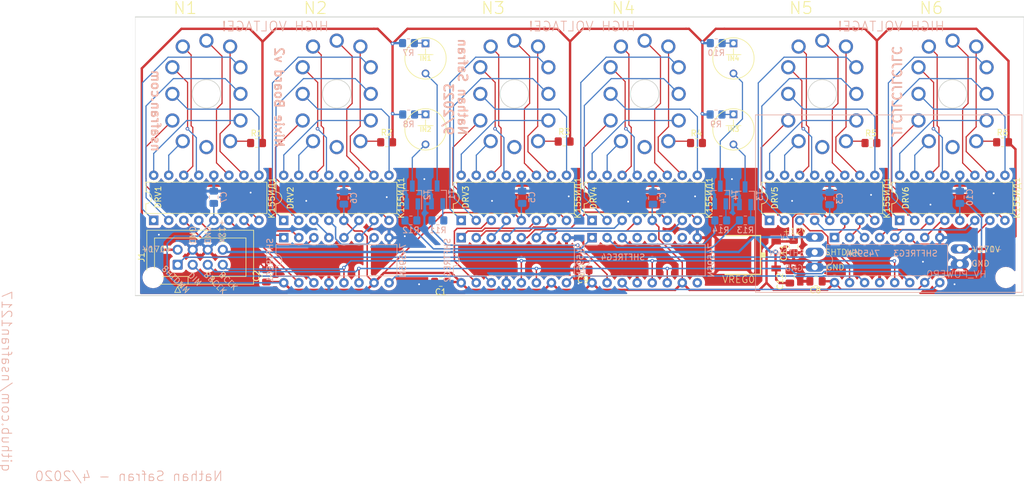
<source format=kicad_pcb>
(kicad_pcb (version 20221018) (generator pcbnew)
  (layers (0 "F.Cu" signal) (31 "B.Cu" signal) (34 "B.Paste" user) (35 "F.Paste" user) (36 "B.SilkS" user "B.Silkscreen") (37 "F.SilkS" user "F.Silkscreen") (38 "B.Mask" user) (39 "F.Mask" user) (44 "Edge.Cuts" user))
  (net 0 "")
  (net 1 "+5V")
  (net 2 "Net-(DRV1-8)")
  (net 3 "Net-(DRV1-9)")
  (net 4 "Net-(DRV1-2)")
  (net 5 "Net-(DRV1-3)")
  (net 6 "Net-(DRV1-7)")
  (net 7 "Net-(DRV1-6)")
  (net 8 "Net-(DRV1-4)")
  (net 9 "Net-(DRV1-5)")
  (net 10 "Net-(DRV1-1)")
  (net 11 "Net-(DRV1-0)")
  (net 12 "Net-(DRV2-8)")
  (net 13 "Net-(DRV2-9)")
  (net 14 "Net-(DRV2-2)")
  (net 15 "Net-(DRV2-3)")
  (net 16 "Net-(DRV2-7)")
  (net 17 "Net-(DRV2-6)")
  (net 18 "Net-(DRV2-4)")
  (net 19 "Net-(DRV2-5)")
  (net 20 "Net-(DRV2-1)")
  (net 21 "Net-(DRV2-0)")
  (net 22 "Net-(DRV3-8)")
  (net 23 "Net-(DRV3-9)")
  (net 24 "Net-(DRV3-2)")
  (net 25 "Net-(DRV3-3)")
  (net 26 "Net-(DRV3-7)")
  (net 27 "Net-(DRV3-6)")
  (net 28 "Net-(DRV3-4)")
  (net 29 "Net-(DRV3-5)")
  (net 30 "Net-(DRV3-1)")
  (net 31 "Net-(DRV3-0)")
  (net 32 "Net-(DRV4-8)")
  (net 33 "Net-(DRV4-9)")
  (net 34 "Net-(DRV4-2)")
  (net 35 "Net-(DRV4-3)")
  (net 36 "Net-(DRV4-7)")
  (net 37 "Net-(DRV4-6)")
  (net 38 "Net-(DRV4-4)")
  (net 39 "Net-(DRV4-5)")
  (net 40 "Net-(DRV4-1)")
  (net 41 "Net-(DRV4-0)")
  (net 42 "Net-(DRV5-8)")
  (net 43 "Net-(DRV5-9)")
  (net 44 "Net-(DRV5-2)")
  (net 45 "Net-(DRV5-3)")
  (net 46 "Net-(DRV5-7)")
  (net 47 "Net-(DRV5-6)")
  (net 48 "Net-(DRV5-4)")
  (net 49 "Net-(DRV5-5)")
  (net 50 "Net-(DRV5-1)")
  (net 51 "Net-(DRV5-0)")
  (net 52 "Net-(DRV6-8)")
  (net 53 "Net-(DRV6-9)")
  (net 54 "Net-(DRV6-2)")
  (net 55 "Net-(DRV6-3)")
  (net 56 "Net-(DRV6-7)")
  (net 57 "Net-(DRV6-6)")
  (net 58 "Net-(DRV6-4)")
  (net 59 "Net-(DRV6-5)")
  (net 60 "Net-(DRV6-1)")
  (net 61 "Net-(DRV6-0)")
  (net 62 "Net-(IN1-PadA)")
  (net 63 "Net-(IN2-PadA)")
  (net 64 "Net-(IN3-PadA)")
  (net 65 "Net-(IN4-PadA)")
  (net 66 "Net-(N1-PadA)")
  (net 67 "Net-(N2-PadA)")
  (net 68 "Net-(N3-PadA)")
  (net 69 "Net-(N4-PadA)")
  (net 70 "Net-(N5-PadA)")
  (net 71 "Net-(N6-PadA)")
  (net 72 "Net-(SHFTREG4A-QA)")
  (net 73 "Net-(SHFTREG4A-QB)")
  (net 74 "Net-(SHFTREG4A-QC)")
  (net 75 "Net-(SHFTREG4A-QD)")
  (net 76 "/SER2")
  (net 77 "/SER3")
  (net 78 "/SER4")
  (net 84 "/K1-A")
  (net 85 "/K1-E")
  (net 86 "/K1-B")
  (net 87 "/K1-C")
  (net 88 "/K2-A")
  (net 89 "/K2-D")
  (net 90 "/K2-B")
  (net 91 "/K2-C")
  (net 92 "/K3-1")
  (net 93 "/K3-D")
  (net 94 "/K3-B")
  (net 95 "/K3-C")
  (net 96 "/K4-A")
  (net 97 "/K4-D")
  (net 98 "/K4-B")
  (net 99 "/K4-C")
  (net 100 "/K5-A")
  (net 101 "/K5-D")
  (net 102 "/K5-B")
  (net 103 "/K5-C")
  (net 104 "/K6-A")
  (net 105 "/K6-D")
  (net 106 "/K6-B")
  (net 107 "/K6-C")
  (net 108 "Net-(T1-C)")
  (net 109 "Net-(T2-C)")
  (net 110 "Net-(T3-C)")
  (net 111 "Net-(T4-C)")
  (net 112 "Net-(T1-B)")
  (net 113 "Net-(T2-B)")
  (net 114 "Net-(T3-B)")
  (net 115 "Net-(T4-B)")
  (net 116 "/SHTDWN")
  (net 117 "Net-(J1-Pin_3)")
  (net 118 "GND")
  (net 119 "Net-(J1-Pin_8)")
  (net 120 "/HV")
  (net 121 "Net-(J1-Pin_5)")
  (net 122 "Net-(J1-Pin_7)")
  (footprint "Capacitor_SMD:C_0805_2012Metric_Pad1.18x1.45mm_HandSolder" (layer "F.Cu") (at 95.631 113.7705 90)
    (fp_text reference "C2")
    (fp_text value "C-USC0805")
  )
  (footprint "Package_DIP:DIP-16_W7.62mm" (layer "F.Cu") (at 98.552 104.394 90)
    (fp_text reference "DRV2")
    (fp_text value "К155ИД1")
  )
  (footprint "" (layer "F.Cu") (at 220.5011 114.046)
    (fp_text reference "@HOLE3" hide)
    (fp_text value "")
  )
  (footprint "Capacitor_SMD:C_0805_2012Metric_Pad1.18x1.45mm_HandSolder" (layer "F.Cu") (at 149.0765 112.776 180)
    (fp_text reference "C9")
    (fp_text value "C-USC0805")
  )
  (footprint "Connector_IDC:IDC-Header_2x04_P2.54mm_Vertical" (layer "F.Cu") (at 80.645 111.887 90)
    (fp_text reference "J1")
    (fp_text value "Conn_02x04_Odd_Even")
  )
  (footprint "untitled:IN-12" (layer "F.Cu") (at 85.5011 83.0036)
    (fp_text reference "N1")
    (fp_text value "IN-12A")
    (fp_circle (center 0 0) (end 2.4 0) (stroke (width 0.127)) (fill none) (layer "Edge.Cuts"))
  )
  (footprint "Resistor_SMD:R_0805_2012Metric_Pad1.20x1.40mm_HandSolder" (layer "F.Cu") (at 145.907 91.059)
    (fp_text reference "R3")
    (fp_text value "13k")
  )
  (footprint "" (layer "F.Cu") (at 76.5011 114.046)
    (fp_text reference "@HOLE1" hide)
    (fp_text value "" hide)
  )
  (footprint "Capacitor_SMD:C_0805_2012Metric_Pad1.18x1.45mm_HandSolder" (layer "F.Cu") (at 184.658 108.8175 90)
    (fp_text reference "C11")
    (fp_text value ".1uf")
  )
  (footprint "Capacitor_SMD:C_0805_2012Metric_Pad1.18x1.45mm_HandSolder" (layer "F.Cu") (at 188.4465 114.681 180)
    (fp_text reference "C8")
    (fp_text value "C-USC0805")
  )
  (footprint "" (layer "F.Cu") (at 189.5011 83.0036)
    (fp_text reference "@HOLE8" hide)
    (fp_text value "" hide)
  )
  (footprint "Capacitor_SMD:C_0805_2012Metric_Pad1.18x1.45mm_HandSolder" (layer "F.Cu") (at 184.023 113.9405 -90)
    (fp_text reference "C12")
    (fp_text value ".33uf")
  )
  (footprint "" (layer "F.Cu") (at 159.5011 83.0036)
    (fp_text reference "@HOLE7" hide)
    (fp_text value "" hide)
  )
  (footprint "Resistor_SMD:R_0805_2012Metric_Pad1.20x1.40mm_HandSolder" (layer "F.Cu") (at 219.948 91.186)
    (fp_text reference "R6")
    (fp_text value "13k")
  )
  (footprint "untitled:IN-12" (layer "F.Cu") (at 107.5011 83.0036)
    (fp_text reference "N2")
    (fp_text value "IN-12A")
    (fp_circle (center 0 0) (end 2.4 0) (stroke (width 0.127)) (fill none) (layer "Edge.Cuts"))
  )
  (footprint "Package_DIP:DIP-16_W7.62mm" (layer "F.Cu") (at 180.594 104.394 90)
    (fp_text reference "DRV5")
    (fp_text value "К155ИД1")
  )
  (footprint "Package_DIP:DIP-16_W7.62mm" (layer "F.Cu") (at 128.524 104.394 90)
    (fp_text reference "DRV3")
    (fp_text value "К155ИД1")
  )
  (footprint "Capacitor_SMD:C_0805_2012Metric_Pad1.18x1.45mm_HandSolder" (layer "F.Cu") (at 125.0735 114.808 180)
    (fp_text reference "C1")
    (fp_text value "C-USC0805")
  )
  (footprint "Package_DIP:DIP-16_W7.62mm" (layer "F.Cu") (at 202.565 104.394 90)
    (fp_text reference "DRV6")
    (fp_text value "К155ИД1")
  )
  (footprint "" (layer "F.Cu") (at 137.5011 83.0036)
    (fp_text reference "@HOLE6" hide)
    (fp_text value "" hide)
  )
  (footprint "footprints:INS-1" (layer "F.Cu") (at 122.5011 77.0036)
    (fp_text reference "IN1")
    (fp_text value "INS-1")
  )
  (footprint "untitled:TO252" (layer "F.Cu") (at 176.911 110.236 90)
    (fp_text reference "VREG0")
    (fp_text value "78DT")
  )
  (footprint "" (layer "F.Cu") (at 220.5011 73.0036)
    (fp_text reference "@HOLE2" hide)
    (fp_text value "")
  )
  (footprint "untitled:IN-12" (layer "F.Cu") (at 189.5011 83.0036)
    (fp_text reference "N5")
    (fp_text value "IN-12A")
    (fp_circle (center 0 0) (end 2.4 0) (stroke (width 0.127)) (fill none) (layer "Edge.Cuts"))
  )
  (footprint "Resistor_SMD:R_0805_2012Metric_Pad1.20x1.40mm_HandSolder" (layer "F.Cu") (at 168.259 91.313)
    (fp_text reference "R4")
    (fp_text value "13k")
  )
  (footprint "untitled:IN-12" (layer "F.Cu") (at 211.5011 83.0036)
    (fp_text reference "N6")
    (fp_text value "IN-12A")
    (fp_circle (center 0 0) (end 2.4 0) (stroke (width 0.127)) (fill none) (layer "Edge.Cuts"))
  )
  (footprint "Resistor_SMD:R_0805_2012Metric_Pad1.20x1.40mm_HandSolder" (layer "F.Cu") (at 115.935 91.186)
    (fp_text reference "R2")
    (fp_text value "13k")
  )
  (footprint "" (layer "F.Cu") (at 76.5011 73.0036)
    (fp_text reference "@HOLE0" hide)
    (fp_text value "")
  )
  (footprint "" (layer "F.Cu") (at 85.5011 83.0036)
    (fp_text reference "@HOLE4" hide)
    (fp_text value "" hide)
  )
  (footprint "untitled:IN-12" (layer "F.Cu") (at 159.5011 83.0036)
    (fp_text reference "N4")
    (fp_text value "IN-12A")
    (fp_circle (center 0 0) (end 2.4 0) (stroke (width 0.127)) (fill none) (layer "Edge.Cuts"))
  )
  (footprint "" (layer "F.Cu") (at 107.5011 83.0036)
    (fp_text reference "@HOLE5" hide)
    (fp_text value "" hide)
  )
  (footprint "Package_DIP:DIP-16_W7.62mm" (layer "F.Cu") (at 76.596 104.384 90)
    (fp_text reference "DRV1")
    (fp_text value "К155ИД1")
  )
  (footprint "Package_DIP:DIP-16_W7.62mm" (layer "F.Cu") (at 150.622 104.394 90)
    (fp_text reference "DRV4")
    (fp_text value "К155ИД1")
  )
  (footprint "Resistor_SMD:R_0805_2012Metric_Pad1.20x1.40mm_HandSolder" (layer "F.Cu") (at 197.723 91.313)
    (fp_text reference "R5")
    (fp_text value "13k")
  )
  (footprint "untitled:IN-12" (layer "F.Cu") (at 137.5011 83.0036)
    (fp_text reference "N3")
    (fp_text value "IN-12A")
    (fp_circle (center 0 0) (end 2.4 0) (stroke (width 0.127)) (fill none) (layer "Edge.Cuts"))
  )
  (footprint "" (layer "F.Cu") (at 211.5011 83.0036)
    (fp_text reference "@HOLE9" hide)
    (fp_text value "" hide)
  )
  (footprint "footprints:INS-1" (layer "F.Cu") (at 174.5011 77.0036)
    (fp_text reference "IN4")
    (fp_text value "INS-1")
  )
  (footprint "footprints:INS-1" (layer "F.Cu") (at 122.5011 89.0036)
    (fp_text reference "IN2")
    (fp_text value "INS-1")
  )
  (footprint "Resistor_SMD:R_0805_2012Metric_Pad1.20x1.40mm_HandSolder" (layer "F.Cu") (at 93.964 91.313)
    (fp_text reference "R1")
    (fp_text value "13k")
  )
  (footprint "footprints:INS-1" (layer "F.Cu") (at 174.5011 89.0036)
    (fp_text reference "IN3")
    (fp_text value "INS-1")
  )
  (footprint "Package_TO_SOT_SMD:SOT-23_Handsoldering" (layer "B.Cu") (at 124.46 100.076 90)
    (fp_text reference "T1")
    (fp_text value "-NPN-SOT23-BEC")
  )
  (footprint "Resistor_SMD:R_0805_2012Metric_Pad1.20x1.40mm_HandSolder" (layer "B.Cu") (at 124.587 104.394)
    (fp_text reference "R11")
    (fp_text value "10k")
  )
  (footprint "Package_TO_SOT_SMD:SOT-23_Handsoldering" (layer "B.Cu") (at 172.273 100.1 90)
    (fp_text reference "T4")
    (fp_text value "-NPN-SOT23-BEC")
  )
  (footprint "Package_DIP:DIP-16_W7.62mm" (layer "B.Cu") (at 150.622 107.315 -90)
    (fp_text reference "SHFTREG4")
    (fp_text value "74595N")
  )
  (footprint "Capacitor_SMD:C_0805_2012Metric_Pad1.18x1.45mm_HandSolder" (layer "B.Cu") (at 190.754 100.6895 90)
    (fp_text reference "C3")
    (fp_text value "C-USC0805")
  )
  (footprint "Capacitor_SMD:C_0805_2012Metric_Pad1.18x1.45mm_HandSolder" (layer "B.Cu") (at 160.909 100.6055 90)
    (fp_text reference "C4")
    (fp_text value "C-USC0805")
  )
  (footprint "Resistor_SMD:R_0805_2012Metric_Pad1.20x1.40mm_HandSolder" (layer "B.Cu") (at 119.65 86.487)
    (fp_text reference "R8")
    (fp_text value "240k")
  )
  (footprint "Package_DIP:DIP-16_W7.62mm" (layer "B.Cu") (at 128.524 107.315 -90)
    (fp_text reference "SHFTREG2")
    (fp_text value "74595N")
  )
  (footprint "Capacitor_SMD:C_0805_2012Metric_Pad1.18x1.45mm_HandSolder" (layer "B.Cu") (at 138.811 100.4785 90)
    (fp_text reference "C5")
    (fp_text value "C-USC0805")
  )
  (footprint "Package_DIP:DIP-16_W7.62mm" (layer "B.Cu") (at 98.567 107.315 -90)
    (fp_text reference "SHFTREG1")
    (fp_text value "74595N")
  )
  (footprint "Resistor_SMD:R_0805_2012Metric_Pad1.20x1.40mm_HandSolder" (layer "B.Cu") (at 120.031 104.394)
    (fp_text reference "R12")
    (fp_text value "10k")
  )
  (footprint "Capacitor_SMD:C_0805_2012Metric_Pad1.18x1.45mm_HandSolder" (layer "B.Cu") (at 212.725 100.4785 90)
    (fp_text reference "C10")
    (fp_text value "C-USC0805")
  )
  (footprint "Package_TO_SOT_SMD:SOT-23_Handsoldering" (layer "B.Cu") (at 176.464 100.227 90)
    (fp_text reference "T3")
    (fp_text value "-NPN-SOT23-BEC")
  )
  (footprint "Capacitor_SMD:C_0805_2012Metric_Pad1.18x1.45mm_HandSolder" (layer "B.Cu") (at 86.741 100.4785 90)
    (fp_text reference "C7")
    (fp_text value "C-USC0805")
  )
  (footprint "untitled:BOARD" (layer "B.Cu") (at 178.225 86.56)
    (fp_text reference "HV_POWER0")
    (fp_text value "BOARD")
  )
  (footprint "Package_DIP:DIP-16_W7.62mm" (layer "B.Cu") (at 191.5668 107.2896 -90)
    (fp_text reference "SHFTREG3")
    (fp_text value "74595N")
  )
  (footprint "Resistor_SMD:R_0805_2012Metric_Pad1.20x1.40mm_HandSolder" (layer "B.Cu") (at 172.355 104.394)
    (fp_text reference "R14")
    (fp_text value "10k")
  )
  (footprint "Capacitor_SMD:C_0805_2012Metric_Pad1.18x1.45mm_HandSolder" (layer "B.Cu") (at 108.712 100.6055 90)
    (fp_text reference "C6")
    (fp_text value "C-USC0805")
  )
  (footprint "Resistor_SMD:R_0805_2012Metric_Pad1.20x1.40mm_HandSolder" (layer "B.Cu") (at 119.618 74.422)
    (fp_text reference "R7")
    (fp_text value "240k")
  )
  (footprint "Resistor_SMD:R_0805_2012Metric_Pad1.20x1.40mm_HandSolder" (layer "B.Cu") (at 171.561 86.487)
    (fp_text reference "R9")
    (fp_text value "240k")
  )
  (footprint "Package_TO_SOT_SMD:SOT-23_Handsoldering" (layer "B.Cu") (at 120.269 100.1 90)
    (fp_text reference "T2")
    (fp_text value "-NPN-SOT23-BEC")
  )
  (footprint "Resistor_SMD:R_0805_2012Metric_Pad1.20x1.40mm_HandSolder" (layer "B.Cu") (at 171.593 74.422)
    (fp_text reference "R10")
    (fp_text value "240k")
  )
  (footprint "Resistor_SMD:R_0805_2012Metric_Pad1.20x1.40mm_HandSolder" (layer "B.Cu") (at 176.514 104.394)
    (fp_text reference "R13")
    (fp_text value "10k")
  )
  (gr_line (start 73.5011 70.0036) (end 73.5011 117.094) (stroke (width 0.05)) (layer "Edge.Cuts"))
  (gr_line (start 73.5011 117.094) (end 223.5011 117.094) (stroke (width 0.1524)) (layer "Edge.Cuts"))
  (gr_line (start 223.5011 70.0036) (end 223.5011 117.094) (stroke (width 0.05)) (layer "Edge.Cuts"))
  (gr_line (start 223.5011 70.0036) (end 73.5011 70.0036) (stroke (width 0.1524)) (layer "Edge.Cuts"))
  (gr_text "SRCLK" (at 85.725 112.776 135) (layer "B.SilkS") (effects (font (size 1 1) (thickness 0.1)) (justify left bottom mirror)))
  (gr_text "SHTDWN" (at 78.613 111.76 135) (layer "B.SilkS") (effects (font (size 1 1) (thickness 0.1)) (justify left bottom mirror)))
  (gr_text "nsafran.com" (at 76.073 92.964 270) (layer "B.SilkS") (effects (font (size 1.5 1.5) (thickness 0.3) bold) (justify left bottom mirror)))
  (gr_text "Nathan Safran\n9/2023" (at 125.476 90.17 270) (layer "B.SilkS") (effects (font (size 1.5 1.5) (thickness 0.3) bold) (justify left bottom mirror)))
  (gr_text "HIGH VOLTAGE!" (at 106.2671 72.5666) (layer "B.SilkS") (effects (font (size 1.63576 1.63576) (thickness 0.14224)) (justify left bottom mirror)))
  (gr_text "GND" (at 186.309 113.03) (layer "B.SilkS") (effects (font (size 1 1) (thickness 0.1)) (justify left bottom mirror)))
  (gr_text "+12V" (at 88.646 104.14 90) (layer "B.SilkS") (effects (font (size 1 1) (thickness 0.1)) (justify left bottom mirror)))
  (gr_text "+170V" (at 219.964 109.855) (layer "B.SilkS") (effects (font (size 1 1) (thickness 0.1)) (justify left bottom mirror)))
  (gr_text "GND" (at 86.36 105.283 90) (layer "B.SilkS") (effects (font (size 1 1) (thickness 0.1)) (justify left bottom mirror)))
  (gr_text "JLCJLCJLCJLC" (at 201.168 90.551 270) (layer "B.SilkS") (effects (font (size 1.5 1.5) (thickness 0.3) bold) (justify left bottom mirror)))
  (gr_text "HIGH VOLTAGE!" (at 158.0831 72.5666) (layer "B.SilkS") (effects (font (size 1.63576 1.63576) (thickness 0.14224)) (justify left bottom mirror)))
  (gr_text "+170V" (at 79.756 109.855) (layer "B.SilkS") (effects (font (size 1 1) (thickness 0.1)) (justify left bottom mirror)))
  (gr_text "Nixie Board v2" (at 96.901 92.202 270) (layer "B.SilkS") (effects (font (size 1.5 1.5) (thickness 0.3) bold) (justify left bottom mirror)))
  (gr_text "RCLK" (at 88.265 112.776 135) (layer "B.SilkS") (effects (font (size 1 1) (thickness 0.1)) (justify left bottom mirror)))
  (gr_text "GND" (at 83.82 105.283 90) (layer "B.SilkS") (effects (font (size 1 1) (thickness 0.1)) (justify left bottom mirror)))
  (gr_text "github.com/nsafran1217" (at 52.705 116.205 -90) (layer "B.SilkS") (effects (font (size 1.63576 1.63576) (thickness 0.14224)) (justify right top mirror)))
  (gr_text "+12V" (at 186.436 107.823) (layer "B.SilkS") (effects (font (size 1 1) (thickness 0.1)) (justify left bottom mirror)))
  (gr_text "GND" (at 217.805 112.268) (layer "B.SilkS") (effects (font (size 1 1) (thickness 0.1)) (justify left bottom mirror)))
  (gr_text "Nathan Safran - 4/2020" (at 88.392 148.59) (layer "B.SilkS") (effects (font (size 1.63576 1.63576) (thickness 0.14224)) (justify left bottom mirror)))
  (gr_text "DIN" (at 83.058 112.903 135) (layer "B.SilkS") (effects (font (size 1 1) (thickness 0.1)) (justify left bottom mirror)))
  (gr_text "SHTDWN" (at 186.563 110.49) (layer "B.SilkS") (effects (font (size 1 1) (thickness 0.1)) (justify left bottom mirror)))
  (gr_text "HIGH VOLTAGE!" (at 210.2801 72.5666) (layer "B.SilkS") (effects (font (size 1.63576 1.63576) (thickness 0.14224)) (justify left bottom mirror)))
  (gr_text "RCLK" (at 87.376 113.665 -45) (layer "F.SilkS") (effects (font (size 1 1) (thickness 0.1)) (justify left bottom)))
  (gr_text "SRCLK" (at 84.836 113.665 -45) (layer "F.SilkS") (effects (font (size 1 1) (thickness 0.1)) (justify left bottom)))
  (gr_text "+12V" (at 87.63 104.14 -90) (layer "F.SilkS") (effects (font (size 1 1) (thickness 0.1)) (justify left bottom)))
  (gr_text "+170V" (at 214.503 109.855) (layer "F.SilkS") (effects (font (size 1 1) (thickness 0.1)) (justify left bottom)))
  (gr_text "GND" (at 214.63 112.268) (layer "F.SilkS") (effects (font (size 1 1) (thickness 0.1)) (justify left bottom)))
  (gr_text "GND" (at 190.119 112.903) (layer "F.SilkS") (effects (font (size 1 1) (thickness 0.1)) (justify left bottom)))
  (gr_text "SHTDWN" (at 189.865 110.363) (layer "F.SilkS") (effects (font (size 1 1) (thickness 0.1)) (justify left bottom)))
  (gr_text "GND" (at 85.09 105.283 -90) (layer "F.SilkS") (effects (font (size 1 1) (thickness 0.1)) (justify left bottom)))
  (gr_text "GND" (at 82.55 105.283 -90) (layer "F.SilkS") (effects (font (size 1 1) (thickness 0.1)) (justify left bottom)))
  (gr_text "+12V" (at 182.753 106.807) (layer "F.SilkS") (effects (font (size 1 1) (thickness 0.1)) (justify left bottom)))
  (gr_text "SHTDWN" (at 77.724 112.649 -45) (layer "F.SilkS") (effects (font (size 1 1) (thickness 0.1)) (justify left bottom)))
  (gr_text "DIN" (at 82.169 113.792 -45) (layer "F.SilkS") (effects (font (size 1 1) (thickness 0.1)) (justify left bottom)))
  (gr_text "+170V" (at 74.422 109.855) (layer "F.SilkS") (effects (font (size 1 1) (thickness 0.1)) (justify left bottom)))
  (segment (start 161.907 107.551) (end 161.907 105.519) (width 0.25) (layer "F.Cu") (net 1))
  (segment (start 190.754 104.394) (end 189.629 103.269) (width 0.25) (layer "F.Cu") (net 1))
  (segment (start 138.684 104.394) (end 137.359 103.069) (width 0.25) (layer "F.Cu") (net 1))
  (segment (start 206.8068 114.9096) (end 205.6818 116.0346) (width 0.25) (layer "F.Cu") (net 1))
  (segment (start 126.111 114.808) (end 128.397 114.808) (width 0.4) (layer "F.Cu") (net 1))
  (segment (start 190.3668 116.1096) (end 191.5668 114.9096) (width 0.4) (layer "F.Cu") (net 1))
  (segment (start 161.907 105.519) (end 160.782 104.394) (width 0.25) (layer "F.Cu") (net 1))
  (segment (start 178.886 116.135) (end 167.062 116.135) (width 0.4) (layer "F.Cu") (net 1))
  (segment (start 143.764 114.935) (end 142.564 116.135) (width 0.4) (layer "F.Cu") (net 1))
  (segment (start 189.629 103.269) (end 185.208009 103.269) (width 0.25) (layer "F.Cu") (net 1))
  (segment (start 165.862 114.935) (end 165.862 111.506) (width 0.25) (layer "F.Cu") (net 1))
  (segment (start 150.114 114.427) (end 150.622 114.935) (width 0.4) (layer "F.Cu") (net 1))
  (segment (start 112.607 116.135) (end 113.807 114.935) (width 0.4) (layer "F.Cu") (net 1))
  (segment (start 111.732991 106.19) (end 112.649 107.106009) (width 0.25) (layer "F.Cu") (net 1))
  (segment (start 151.822 116.135) (end 164.662 116.135) (width 0.4) (layer "F.Cu") (net 1))
  (segment (start 126.873 113.284) (end 115.458 113.284) (width 0.4) (layer "F.Cu") (net 1))
  (segment (start 98.567 114.935) (end 99.767 116.135) (width 0.4) (layer "F.Cu") (net 1))
  (segment (start 150.622 114.935) (end 151.822 116.135) (width 0.4) (layer "F.Cu") (net 1))
  (segment (start 205.6818 116.0346) (end 192.6918 116.0346) (width 0.25) (layer "F.Cu") (net 1))
  (segment (start 180.086 109.581) (end 180.086 114.935) (width 0.4) (layer "F.Cu") (net 1))
  (segment (start 185.208009 103.269) (end 184.531 103.946009) (width 0.25) (layer "F.Cu") (net 1))
  (segment (start 189.484 114.681) (end 191.3382 114.681) (width 0.4) (layer "F.Cu") (net 1))
  (segment (start 184.531 107.653) (end 184.658 107.78) (width 0.25) (layer "F.Cu") (net 1))
  (segment (start 181.711 107.956) (end 180.086 109.581) (width 0.4) (layer "F.Cu") (net 1))
  (segment (start 110.508 106.19) (end 111.732991 106.19) (width 0.25) (layer "F.Cu") (net 1))
  (segment (start 184.482 107.956) (end 184.658 107.78) (width 0.25) (layer "F.Cu") (net 1))
  (segment (start 192.6918 116.0346) (end 191.5668 114.9096) (width 0.25) (layer "F.Cu") (net 1))
  (segment (start 180.086 114.935) (end 181.2606 116.1096) (width 0.4) (layer "F.Cu") (net 1))
  (segment (start 149.422 116.135) (end 144.964 116.135) (width 0.4) (layer "F.Cu") (net 1))
  (segment (start 181.2606 116.1096) (end 190.3668 116.1096) (width 0.4) (layer "F.Cu") (net 1))
  (segment (start 144.964 116.135) (end 143.764 114.935) (width 0.4) (layer "F.Cu") (net 1))
  (segment (start 95.631 114.808) (end 98.44 114.808) (width 0.4) (layer "F.Cu") (net 1))
  (segment (start 108.712 104.394) (end 110.508 106.19) (width 0.25) (layer "F.Cu") (net 1))
  (segment (start 125.673 103.069) (end 113.807 114.935) (width 0.25) (layer "F.Cu") (net 1))
  (segment (start 112.649 113.777) (end 113.807 114.935) (width 0.25) (layer "F.Cu") (net 1))
  (segment (start 184.531 103.946009) (end 184.531 107.653) (width 0.25) (layer "F.Cu") (net 1))
  (segment (start 115.458 113.284) (end 113.807 114.935) (width 0.4) (layer "F.Cu") (net 1))
  (segment (start 191.3382 114.681) (end 191.5668 114.9096) (width 0.4) (layer "F.Cu") (net 1))
  (segment (start 99.767 116.135) (end 112.607 116.135) (width 0.4) (layer "F.Cu") (net 1))
  (segment (start 137.359 103.069) (end 125.673 103.069) (width 0.25) (layer "F.Cu") (net 1))
  (segment (start 98.44 114.808) (end 98.567 114.935) (width 0.4) (layer "F.Cu") (net 1))
  (segment (start 128.524 114.935) (end 126.873 113.284) (width 0.4) (layer "F.Cu") (net 1))
  (segment (start 129.724 116.135) (end 128.524 114.935) (width 0.4) (layer "F.Cu") (net 1))
  (segment (start 150.622 114.935) (end 149.422 116.135) (width 0.4) (layer "F.Cu") (net 1))
  (segment (start 128.397 114.808) (end 128.524 114.935) (width 0.4) (layer "F.Cu") (net 1))
  (segment (start 164.662 116.135) (end 165.862 114.935) (width 0.4) (layer "F.Cu") (net 1))
  (segment (start 181.711 107.956) (end 184.482 107.956) (width 0.4) (layer "F.Cu") (net 1))
  (segment (start 112.649 107.106009) (end 112.649 113.777) (width 0.25) (layer "F.Cu") (net 1))
  (segment (start 165.862 111.506) (end 161.907 107.551) (width 0.25) (layer "F.Cu") (net 1))
  (segment (start 142.564 116.135) (end 129.724 116.135) (width 0.4) (layer "F.Cu") (net 1))
  (segment (start 167.062 116.135) (end 165.862 114.935) (width 0.4) (layer "F.Cu") (net 1))
  (segment (start 150.114 112.776) (end 150.114 114.427) (width 0.4) (layer "F.Cu") (net 1))
  (segment (start 180.086 114.935) (end 178.886 116.135) (width 0.4) (layer "F.Cu") (net 1))
  (segment (start 138.811 101.516) (end 138.684 101.643) (width 0.25) (layer "B.Cu") (net 1))
  (segment (start 86.741 101.516) (end 86.756 101.531) (width 0.25) (layer "B.Cu") (net 1))
  (segment (start 138.684 101.643) (end 138.684 104.394) (width 0.25) (layer "B.Cu") (net 1))
  (segment (start 80.391 114.935) (end 98.567 114.935) (width 0.25) (layer "B.Cu") (net 1))
  (segment (start 80.137 107.061) (end 84.079 107.061) (width 0.25) (layer "B.Cu") (net 1))
  (segment (start 216.39 113.048) (end 215.773 113.665) (width 0.25) (layer "B.Cu") (net 1))
  (segment (start 215.773 113.665) (end 208.0514 113.665) (width 0.25) (layer "B.Cu") (net 1))
  (segment (start 78.867 113.411) (end 78.867 108.331) (width 0.25) (layer "B.Cu") (net 1))
  (segment (start 108.712 101.643) (end 108.712 104.394) (width 0.25) (layer "B.Cu") (net 1))
  (segment (start 208.0514 113.665) (end 206.8068 114.9096) (width 0.25) (layer "B.Cu") (net 1))
  (segment (start 213.977991 101.516) (end 216.39 103.928009) (width 0.25) (layer "B.Cu") (net 1))
  (segment (start 80.391 114.935) (end 78.867 113.411) (width 0.25) (layer "B.Cu") (net 1))
  (segment (start 78.867 108.331) (end 80.137 107.061) (width 0.25) (layer "B.Cu") (net 1))
  (segment (start 160.909 101.643) (end 160.782 101.77) (width 0.25) (layer "B.Cu") (net 1))
  (segment (start 212.725 101.516) (end 213.977991 101.516) (width 0.25) (layer "B.Cu") (net 1))
  (segment (start 216.39 103.928009) (end 216.39 113.048) (width 0.25) (layer "B.Cu") (net 1))
  (segment (start 160.782 101.77) (end 160.782 104.394) (width 0.25) (layer "B.Cu") (net 1))
  (segment (start 86.756 101.531) (end 86.756 104.384) (width 0.25) (layer "B.Cu") (net 1))
  (segment (start 190.754 101.727) (end 190.754 104.394) (width 0.25) (layer "B.Cu") (net 1))
  (segment (start 84.079 107.061) (end 86.756 104.384) (width 0.25) (layer "B.Cu") (net 1))
  (segment (start 212.725 101.516) (end 212.725 104.394) (width 0.25) (layer "B.Cu") (net 1))
  (segment (start 89.5511 76.8036) (end 91.2511 78.5036) (width 0.2) (layer "B.Cu") (net 2))
  (segment (start 74.696 102.484) (end 74.696 81.133) (width 0.2) (layer "B.Cu") (net 2))
  (segment (start 74.696 81.133) (end 79.0254 76.8036) (width 0.2) (layer "B.Cu") (net 2))
  (segment (start 79.0254 76.8036) (end 89.5511 76.8036) (width 0.2) (layer "B.Cu") (net 2))
  (segment (start 76.596 104.384) (end 74.696 102.484) (width 0.2) (layer "B.Cu") (net 2))
  (segment (start 75.311 97.317478) (end 75.311 100.559) (width 0.2) (layer "B.Cu") (net 3))
  (segment (start 88.668384 80.420884) (end 79.929652 80.420884) (width 0.2) (layer "B.Cu") (net 3))
  (segment (start 91.2511 83.0036) (end 88.668384 80.420884) (width 0.2) (layer "B.Cu") (net 3))
  (segment (start 79.929652 80.420884) (end 75.296 85.054536) (width 0.2) (layer "B.Cu") (net 3))
  (segment (start 75.296 97.302478) (end 75.311 97.317478) (width 0.2) (layer "B.Cu") (net 3))
  (segment (start 75.296 85.054536) (end 75.296 97.302478) (width 0.2) (layer "B.Cu") (net 3))
  (segment (start 75.311 100.559) (end 79.136 104.384) (width 0.2) (layer "B.Cu") (net 3))
  (segment (start 89.306 99.314) (end 76.073 99.314) (width 0.2) (layer "F.Cu") (net 4))
  (segment (start 94.376 104.384) (end 89.306 99.314) (width 0.2) (layer "F.Cu") (net 4))
  (segment (start 79.7511 87.5036) (end 75.296 91.9587) (width 0.2) (layer "F.Cu") (net 4))
  (segment (start 75.296 98.537) (end 76.073 99.314) (width 0.2) (layer "F.Cu") (net 4))
  (segment (start 75.296 91.9587) (end 75.296 98.537) (width 0.2) (layer "F.Cu") (net 4))
  (segment (start 93.091 85.586316) (end 82.333816 85.586316) (width 0.2) (layer "B.Cu") (net 5))
  (segment (start 94.376 96.764) (end 94.376 86.871316) (width 0.2) (layer "B.Cu") (net 5))
  (segment (start 82.333816 85.586316) (end 79.7511 83.0036) (width 0.2) (layer "B.Cu") (net 5))
  (segment (start 94.376 86.871316) (end 93.091 85.586316) (width 0.2) (layer "B.Cu") (net 5))
  (segment (start 89.5011 75.0036) (end 89.5011 88.0449) (width 0.2) (layer "F.Cu") (net 6))
  (segment (start 87.8011 92.7291) (end 91.836 96.764) (width 0.2) (layer "F.Cu") (net 6))
  (segment (start 87.8011 89.7449) (end 87.8011 92.7291) (width 0.2) (layer "F.Cu") (net 6))
  (segment (start 89.5011 88.0449) (end 87.8011 89.7449) (width 0.2) (layer "F.Cu") (net 6))
  (segment (start 87.2011 85.5489) (end 88.138 84.612) (width 0.2) (layer "F.Cu") (net 7))
  (segment (start 88.138 84.612) (end 88.138 76.6405) (width 0.2) (layer "F.Cu") (net 7))
  (segment (start 88.138 76.6405) (end 85.5011 74.0036) (width 0.2) (layer "F.Cu") (net 7))
  (segment (start 87.2011 94.6691) (end 87.2011 85.5489) (width 0.2) (layer "F.Cu") (net 7))
  (segment (start 89.296 96.764) (end 87.2011 94.6691) (width 0.2) (layer "F.Cu") (net 7))
  (segment (start 82.317057 88.878943) (end 82.317057 81.069557) (width 0.2) (layer "F.Cu") (net 8))
  (segment (start 82.317057 81.069557) (end 79.7511 78.5036) (width 0.2) (layer "F.Cu") (net 8))
  (segment (start 82.296 88.9) (end 82.317057 88.878943) (width 0.2) (layer "F.Cu") (net 8))
  (via (at 82.296 88.9) (size 0.6) (drill 0.3) (layers "F.Cu" "B.Cu") (net 8))
  (segment (start 83.8011 90.4051) (end 83.8011 96.3491) (width 0.2) (layer "B.Cu") (net 8))
  (segment (start 82.296 88.9) (end 83.8011 90.4051) (width 0.2) (layer "B.Cu") (net 8))
  (segment (start 83.8011 96.3491) (end 84.216 96.764) (width 0.2) (layer "B.Cu") (net 8))
  (segment (start 82.917057 88.389686) (end 82.917057 76.419557) (width 0.2) (layer "F.Cu") (net 9))
  (segment (start 81.676 96.764) (end 83.2011 95.2389) (width 0.2) (layer "F.Cu") (net 9))
  (segment (start 82.917057 76.419557) (end 81.5011 75.0036) (width 0.2) (layer "F.Cu") (net 9))
  (segment (start 83.2011 95.2389) (end 83.2011 88.673729) (width 0.2) (layer "F.Cu") (net 9))
  (segment (start 83.2011 88.673729) (end 82.917057 88.389686) (width 0.2) (layer "F.Cu") (net 9))
  (segment (start 79.136 96.764) (end 79.136 93.3687) (width 0.2) (layer "B.Cu") (net 10))
  (segment (start 79.136 93.3687) (end 81.5011 91.0036) (width 0.2) (layer "B.Cu") (net 10))
  (segment (start 82.1684 87.5036) (end 91.2511 87.5036) (width 0.2) (layer "B.Cu") (net 11))
  (segment (start 76.596 96.764) (end 76.596 93.076) (width 0.2) (layer "B.Cu") (net 11))
  (segment (start 76.596 93.076) (end 82.1684 87.5036) (width 0.2) (layer "B.Cu") (net 11))
  (segment (start 96.652 81.148) (end 100.9964 76.8036) (width 0.2) (layer "B.Cu") (net 12))
  (segment (start 98.567 104.384) (end 96.652 102.469) (width 0.2) (layer "B.Cu") (net 12))
  (segment (start 111.5221 76.8036) (end 113.2221 78.5036) (width 0.2) (layer "B.Cu") (net 12))
  (segment (start 100.9964 76.8036) (end 111.5221 76.8036) (width 0.2) (layer "B.Cu") (net 12))
  (segment (start 96.652 102.469) (end 96.652 81.148) (width 0.2) (layer "B.Cu") (net 12))
  (segment (start 97.252 85.069536) (end 97.252 100.529) (width 0.2) (layer "B.Cu") (net 13))
  (segment (start 113.2221 83.0036) (end 110.639384 80.420884) (width 0.2) (layer "B.Cu") (net 13))
  (segment (start 110.639384 80.420884) (end 101.900652 80.420884) (width 0.2) (layer "B.Cu") (net 13))
  (segment (start 97.252 100.529) (end 101.107 104.384) (width 0.2) (layer "B.Cu") (net 13))
  (segment (start 101.900652 80.420884) (end 97.252 85.069536) (width 0.2) (layer "B.Cu") (net 13))
  (segment (start 111.252 99.314) (end 116.332 104.394) (width 0.2) (layer "F.Cu") (net 14))
  (segment (start 99.253522 99.314) (end 111.252 99.314) (width 0.2) (layer "F.Cu") (net 14))
  (segment (start 97.155 97.215478) (end 99.253522 99.314) (width 0.2) (layer "F.Cu") (net 14))
  (segment (start 97.155 92.0707) (end 97.155 97.215478) (width 0.2) (layer "F.Cu") (net 14))
  (segment (start 101.7221 87.5036) (end 97.155 92.0707) (width 0.2) (layer "F.Cu") (net 14))
  (segment (start 115.062 85.586316) (end 104.304816 85.586316) (width 0.2) (layer "B.Cu") (net 15))
  (segment (start 104.304816 85.586316) (end 101.7221 83.0036) (width 0.2) (layer "B.Cu") (net 15))
  (segment (start 116.347 86.871316) (end 115.062 85.586316) (width 0.2) (layer "B.Cu") (net 15))
  (segment (start 116.347 96.764) (end 116.347 86.871316) (width 0.2) (layer "B.Cu") (net 15))
  (segment (start 111.4721 88.478768) (end 109.8011 90.149768) (width 0.2) (layer "F.Cu") (net 16))
  (segment (start 109.8011 92.7581) (end 113.807 96.764) (width 0.2) (layer "F.Cu") (net 16))
  (segment (start 109.8011 90.149768) (end 109.8011 92.7581) (width 0.2) (layer "F.Cu") (net 16))
  (segment (start 111.4721 75.0036) (end 111.4721 88.478768) (width 0.2) (layer "F.Cu") (net 16))
  (segment (start 109.2011 93.4909) (end 109.2011 85.5199) (width 0.2) (layer "F.Cu") (net 17))
  (segment (start 111.252 95.5418) (end 111.252 96.774) (width 0.2) (layer "F.Cu") (net 17))
  (segment (start 110.109 76.6405) (end 107.4721 74.0036) (width 0.2) (layer "F.Cu") (net 17))
  (segment (start 109.2011 93.4909) (end 111.252 95.5418) (width 0.2) (layer "F.Cu") (net 17))
  (segment (start 110.109 84.612) (end 110.109 76.6405) (width 0.2) (layer "F.Cu") (net 17))
  (segment (start 109.2011 85.5199) (end 110.109 84.612) (width 0.2) (layer "F.Cu") (net 17))
  (segment (start 104.267 88.9) (end 104.288057 88.878943) (width 0.2) (layer "F.Cu") (net 18))
  (segment (start 104.288057 81.069557) (end 101.7221 78.5036) (width 0.2) (layer "F.Cu") (net 18))
  (segment (start 104.288057 88.878943) (end 104.288057 81.069557) (width 0.2) (layer "F.Cu") (net 18))
  (via (at 104.267 88.9) (size 0.6) (drill 0.3) (layers "F.Cu" "B.Cu") (net 18))
  (segment (start 105.7721 90.4051) (end 105.7721 96.3491) (width 0.2) (layer "B.Cu") (net 18))
  (segment (start 105.7721 96.3491) (end 106.187 96.764) (width 0.2) (layer "B.Cu") (net 18))
  (segment (start 104.267 88.9) (end 105.7721 90.4051) (width 0.2) (layer "B.Cu") (net 18))
  (segment (start 104.888057 88.389686) (end 104.888057 76.419557) (width 0.2) (layer "F.Cu") (net 19))
  (segment (start 105.283 95.128) (end 105.283 88.784629) (width 0.2) (layer "F.Cu") (net 19))
  (segment (start 103.647 96.764) (end 105.283 95.128) (width 0.2) (layer "F.Cu") (net 19))
  (segment (start 104.888057 76.419557) (end 103.4721 75.0036) (width 0.2) (layer "F.Cu") (net 19))
  (segment (start 105.283 88.784629) (end 104.888057 88.389686) (width 0.2) (layer "F.Cu") (net 19))
  (segment (start 101.107 93.3687) (end 103.4721 91.0036) (width 0.2) (layer "B.Cu") (net 20))
  (segment (start 101.107 96.764) (end 101.107 93.3687) (width 0.2) (layer "B.Cu") (net 20))
  (segment (start 98.567 93.33) (end 104.3934 87.5036) (width 0.2) (layer "B.Cu") (net 21))
  (segment (start 98.567 96.764) (end 98.567 93.33) (width 0.2) (layer "B.Cu") (net 21))
  (segment (start 104.3934 87.5036) (end 113.2221 87.5036) (width 0.2) (layer "B.Cu") (net 21))
  (segment (start 128.539 104.384) (end 126.624 102.469) (width 0.2) (layer "B.Cu") (net 22))
  (segment (start 126.624 81.148) (end 130.9684 76.8036) (width 0.2) (layer "B.Cu") (net 22))
  (segment (start 130.9684 76.8036) (end 141.4941 76.8036) (width 0.2) (layer "B.Cu") (net 22))
  (segment (start 141.4941 76.8036) (end 143.1941 78.5036) (width 0.2) (layer "B.Cu") (net 22))
  (segment (start 126.624 102.469) (end 126.624 81.148) (width 0.2) (layer "B.Cu") (net 22))
  (segment (start 131.872652 80.420884) (end 127.224 85.069536) (width 0.2) (layer "B.Cu") (net 23))
  (segment (start 127.224 85.069536) (end 127.224 100.529) (width 0.2) (layer "B.Cu") (net 23))
  (segment (start 127.224 100.529) (end 131.079 104.384) (width 0.2) (layer "B.Cu") (net 23))
  (segment (start 143.1941 83.0036) (end 140.611384 80.420884) (width 0.2) (layer "B.Cu") (net 23))
  (segment (start 140.611384 80.420884) (end 131.872652 80.420884) (width 0.2) (layer "B.Cu") (net 23))
  (segment (start 127.127 98.425) (end 128.016 99.314) (width 0.2) (layer "F.Cu") (net 24))
  (segment (start 141.224 99.314) (end 128.016 99.314) (width 0.2) (layer "F.Cu") (net 24))
  (segment (start 131.6941 87.5036) (end 127.127 92.0707) (width 0.2) (layer "F.Cu") (net 24))
  (segment (start 127.127 92.0707) (end 127.127 98.425) (width 0.2) (layer "F.Cu") (net 24))
  (segment (start 146.304 104.394) (end 141.224 99.314) (width 0.2) (layer "F.Cu") (net 24))
  (segment (start 134.276816 85.586316) (end 131.6941 83.0036) (width 0.2) (layer "B.Cu") (net 25))
  (segment (start 145.034 85.586316) (end 134.276816 85.586316) (width 0.2) (layer "B.Cu") (net 25))
  (segment (start 146.319 96.764) (end 146.319 86.871316) (width 0.2) (layer "B.Cu") (net 25))
  (segment (start 146.319 86.871316) (end 145.034 85.586316) (width 0.2) (layer "B.Cu") (net 25))
  (segment (start 141.4441 75.0036) (end 141.4441 88.4851) (width 0.2) (layer "F.Cu") (net 26))
  (segment (start 141.4441 88.4851) (end 139.8011 90.1281) (width 0.2) (layer "F.Cu") (net 26))
  (segment (start 139.8011 92.7861) (end 143.779 96.764) (width 0.2) (layer "F.Cu") (net 26))
  (segment (start 139.8011 90.1281) (end 139.8011 92.7861) (width 0.2) (layer "F.Cu") (net 26))
  (segment (start 141.239 96.764) (end 139.7441 95.2691) (width 0.2) (layer "F.Cu") (net 27))
  (segment (start 140.081 84.612) (end 140.081 76.6405) (width 0.2) (layer "F.Cu") (net 27))
  (segment (start 139.7441 95.2941) (end 139.7441 95.2691) (width 0.2) (layer "F.Cu") (net 27))
  (segment (start 141.224 96.774) (end 139.7441 95.2941) (width 0.2) (layer "F.Cu") (net 27))
  (segment (start 139.2011 85.4919) (end 140.081 84.612) (width 0.2) (layer "F.Cu") (net 27))
  (segment (start 140.081 76.6405) (end 137.4441 74.0036) (width 0.2) (layer "F.Cu") (net 27))
  (segment (start 139.7441 95.2691) (end 139.2011 94.7261) (width 0.2) (layer "F.Cu") (net 27))
  (segment (start 139.2011 94.7261) (end 139.2011 85.4919) (width 0.2) (layer "F.Cu") (net 27))
  (segment (start 134.260057 88.878943) (end 134.260057 81.069557) (width 0.2) (layer "F.Cu") (net 28))
  (segment (start 134.239 88.9) (end 134.260057 88.878943) (width 0.2) (layer "F.Cu") (net 28))
  (segment (start 134.260057 81.069557) (end 131.6941 78.5036) (width 0.2) (layer "F.Cu") (net 28))
  (via (at 134.239 88.9) (size 0.6) (drill 0.3) (layers "F.Cu" "B.Cu") (net 28))
  (segment (start 135.7441 90.4051) (end 135.7441 96.3491) (width 0.2) (layer "B.Cu") (net 28))
  (segment (start 134.239 88.9) (end 135.7441 90.4051) (width 0.2) (layer "B.Cu") (net 28))
  (segment (start 135.7441 96.3491) (end 136.159 96.764) (width 0.2) (layer "B.Cu") (net 28))
  (segment (start 133.619 96.764) (end 135.255 95.128) (width 0.2) (layer "F.Cu") (net 29))
  (segment (start 134.860057 88.389686) (end 134.860057 76.419557) (width 0.2) (layer "F.Cu") (net 29))
  (segment (start 135.255 95.128) (end 135.255 88.784629) (width 0.2) (layer "F.Cu") (net 29))
  (segment (start 134.860057 76.419557) (end 133.4441 75.0036) (width 0.2) (layer "F.Cu") (net 29))
  (segment (start 135.255 88.784629) (end 134.860057 88.389686) (width 0.2) (layer "F.Cu") (net 29))
  (segment (start 131.079 96.764) (end 131.079 93.3687) (width 0.2) (layer "B.Cu") (net 30))
  (segment (start 131.079 93.3687) (end 133.4441 91.0036) (width 0.2) (layer "B.Cu") (net 30))
  (segment (start 128.539 96.764) (end 128.539 93.203) (width 0.2) (layer "B.Cu") (net 31))
  (segment (start 134.2384 87.5036) (end 143.1941 87.5036) (width 0.2) (layer "B.Cu") (net 31))
  (segment (start 128.539 93.203) (end 134.2384 87.5036) (width 0.2) (layer "B.Cu") (net 31))
  (segment (start 148.722 102.469) (end 148.722 81.0845) (width 0.2) (layer "B.Cu") (net 32))
  (segment (start 153.0029 76.8036) (end 163.5921 76.8036) (width 0.2) (layer "B.Cu") (net 32))
  (segment (start 148.722 81.0845) (end 153.0029 76.8036) (width 0.2) (layer "B.Cu") (net 32))
  (segment (start 163.5921 76.8036) (end 165.2921 78.5036) (width 0.2) (layer "B.Cu") (net 32))
  (segment (start 150.637 104.384) (end 148.722 102.469) (width 0.2) (layer "B.Cu") (net 32))
  (segment (start 165.2921 83.0036) (end 162.709384 80.420884) (width 0.2) (layer "B.Cu") (net 33))
  (segment (start 149.322 100.529) (end 153.177 104.384) (width 0.2) (layer "B.Cu") (net 33))
  (segment (start 149.322 84.967768) (end 149.322 100.529) (width 0.2) (layer "B.Cu") (net 33))
  (segment (start 162.709384 80.420884) (end 153.868884 80.420884) (width 0.2) (layer "B.Cu") (net 33))
  (segment (start 153.868884 80.420884) (end 149.322 84.967768) (width 0.2) (layer "B.Cu") (net 33))
  (segment (start 149.225 98.425) (end 150.114 99.314) (width 0.2) (layer "F.Cu") (net 34))
  (segment (start 163.322 99.314) (end 150.114 99.314) (width 0.2) (layer "F.Cu") (net 34))
  (segment (start 168.402 104.394) (end 163.322 99.314) (width 0.2) (layer "F.Cu") (net 34))
  (segment (start 153.7921 87.5036) (end 149.225 92.0707) (width 0.2) (layer "F.Cu") (net 34))
  (segment (start 149.225 92.0707) (end 149.225 98.425) (width 0.2) (layer "F.Cu") (net 34))
  (segment (start 156.374816 85.586316) (end 153.7921 83.0036) (width 0.2) (layer "B.Cu") (net 35))
  (segment (start 167.132 85.586316) (end 156.374816 85.586316) (width 0.2) (layer "B.Cu") (net 35))
  (segment (start 168.417 86.871316) (end 167.132 85.586316) (width 0.2) (layer "B.Cu") (net 35))
  (segment (start 168.417 96.764) (end 168.417 86.871316) (width 0.2) (layer "B.Cu") (net 35))
  (segment (start 161.8011 90.299436) (end 161.8011 92.6881) (width 0.2) (layer "F.Cu") (net 36))
  (segment (start 163.5421 75.0036) (end 163.5421 88.558436) (width 0.2) (layer "F.Cu") (net 36))
  (segment (start 163.5421 88.558436) (end 161.8011 90.299436) (width 0.2) (layer "F.Cu") (net 36))
  (segment (start 161.8011 92.6881) (end 165.877 96.764) (width 0.2) (layer "F.Cu") (net 36))
  (segment (start 162.179 76.6405) (end 159.5421 74.0036) (width 0.2) (layer "F.Cu") (net 37))
  (segment (start 161.2011 85.5899) (end 162.179 84.612) (width 0.2) (layer "F.Cu") (net 37))
  (segment (start 162.179 84.612) (end 162.179 76.6405) (width 0.2) (layer "F.Cu") (net 37))
  (segment (start 161.2011 94.6531) (end 163.322 96.774) (width 0.2) (layer "F.Cu") (net 37))
  (segment (start 161.2011 85.5899) (end 161.2011 94.6531) (width 0.2) (layer "F.Cu") (net 37))
  (segment (start 156.21 88.773) (end 156.21 80.9215) (width 0.2) (layer "F.Cu") (net 38))
  (segment (start 156.21 80.9215) (end 153.7921 78.5036) (width 0.2) (layer "F.Cu") (net 38))
  (segment (start 156.337 88.9) (end 156.21 88.773) (width 0.2) (layer "F.Cu") (net 38))
  (via (at 156.337 88.9) (size 0.6) (drill 0.3) (layers "F.Cu" "B.Cu") (net 38))
  (segment (start 157.734 96.241) (end 158.257 96.764) (width 0.2) (layer "B.Cu") (net 38))
  (segment (start 156.337 88.9) (end 157.734 90.297) (width 0.2) (layer "B.Cu") (net 38))
  (segment (start 157.734 90.297) (end 157.734 96.241) (width 0.2) (layer "B.Cu") (net 38))
  (segment (start 156.845 88.276629) (end 156.845 76.3065) (width 0.2) (layer "F.Cu") (net 39))
  (segment (start 157.2421 88.673729) (end 156.845 88.276629) (width 0.2) (layer "F.Cu") (net 39))
  (segment (start 155.717 96.764) (end 157.2421 95.2389) (width 0.2) (layer "F.Cu") (net 39))
  (segment (start 156.845 76.3065) (end 155.5421 75.0036) (width 0.2) (layer "F.Cu") (net 39))
  (segment (start 157.2421 95.2389) (end 157.2421 88.673729) (width 0.2) (layer "F.Cu") (net 39))
  (segment (start 153.177 93.3687) (end 155.5421 91.0036) (width 0.2) (layer "B.Cu") (net 40))
  (segment (start 153.177 96.764) (end 153.177 93.3687) (width 0.2) (layer "B.Cu") (net 40))
  (segment (start 150.637 93.076) (end 156.2094 87.5036) (width 0.2) (layer "B.Cu") (net 41))
  (segment (start 156.2094 87.5036) (end 165.2921 87.5036) (width 0.2) (layer "B.Cu") (net 41))
  (segment (start 150.637 96.764) (end 150.637 93.076) (width 0.2) (layer "B.Cu") (net 41))
  (segment (start 180.609 104.384) (end 178.694 102.469) (width 0.2) (layer "B.Cu") (net 42))
  (segment (start 178.694 102.469) (end 178.694 81.148) (width 0.2) (layer "B.Cu") (net 42))
  (segment (start 178.694 81.148) (end 183.0384 76.8036) (width 0.2) (layer "B.Cu") (net 42))
  (segment (start 193.5641 76.8036) (end 195.2641 78.5036) (width 0.2) (layer "B.Cu") (net 42))
  (segment (start 183.0384 76.8036) (end 193.5641 76.8036) (width 0.2) (layer "B.Cu") (net 42))
  (segment (start 183.046936 81.3036) (end 182.0511 82.299436) (width 0.2) (layer "B.Cu") (net 43))
  (segment (start 195.2641 83.0036) (end 192.681384 80.420884) (width 0.2) (layer "B.Cu") (net 43))
  (segment (start 182.0511 82.312436) (end 179.294 85.069536) (width 0.2) (layer "B.Cu") (net 43))
  (segment (start 182.0511 82.299436) (end 182.0511 82.312436) (width 0.2) (layer "B.Cu") (net 43))
  (segment (start 192.681384 80.420884) (end 183.942652 80.420884) (width 0.2) (layer "B.Cu") (net 43))
  (segment (start 183.059936 81.3036) (end 183.046936 81.3036) (width 0.2) (layer "B.Cu") (net 43))
  (segment (start 183.942652 80.420884) (end 183.059936 81.3036) (width 0.2) (layer "B.Cu") (net 43))
  (segment (start 179.294 100.529) (end 183.149 104.384) (width 0.2) (layer "B.Cu") (net 43))
  (segment (start 179.294 85.069536) (end 179.294 100.529) (width 0.2) (layer "B.Cu") (net 43))
  (segment (start 183.7641 87.5036) (end 179.197 92.0707) (width 0.2) (layer "F.Cu") (net 44))
  (segment (start 179.197 98.425) (end 180.086 99.314) (width 0.2) (layer "F.Cu") (net 44))
  (segment (start 179.197 92.0707) (end 179.197 98.425) (width 0.2) (layer "F.Cu") (net 44))
  (segment (start 198.374 104.394) (end 193.294 99.314) (width 0.2) (layer "F.Cu") (net 44))
  (segment (start 193.294 99.314) (end 180.086 99.314) (width 0.2) (layer "F.Cu") (net 44))
  (segment (start 186.346816 85.586316) (end 183.7641 83.0036) (width 0.2) (layer "B.Cu") (net 45))
  (segment (start 198.389 86.871316) (end 197.104 85.586316) (width 0.2) (layer "B.Cu") (net 45))
  (segment (start 198.389 96.764) (end 198.389 86.871316) (width 0.2) (layer "B.Cu") (net 45))
  (segment (start 197.104 85.586316) (end 186.346816 85.586316) (width 0.2) (layer "B.Cu") (net 45))
  (segment (start 191.8011 90.299436) (end 191.8011 92.7161) (width 0.2) (layer "F.Cu") (net 46))
  (segment (start 191.8011 92.7161) (end 195.849 96.764) (width 0.2) (layer "F.Cu") (net 46))
  (segment (start 193.5141 88.599436) (end 192.809936 89.3036) (width 0.2) (layer "F.Cu") (net 46))
  (segment (start 192.796936 89.3036) (end 191.8011 90.299436) (width 0.2) (layer "F.Cu") (net 46))
  (segment (start 193.5141 75.0036) (end 193.5141 88.599436) (width 0.2) (layer "F.Cu") (net 46))
  (segment (start 192.809936 89.3036) (end 192.796936 89.3036) (width 0.2) (layer "F.Cu") (net 46))
  (segment (start 192.151 84.612) (end 192.151 76.6405) (width 0.2) (layer "F.Cu") (net 47))
  (segment (start 192.151 76.6405) (end 189.5141 74.0036) (width 0.2) (layer "F.Cu") (net 47))
  (segment (start 191.2011 85.5619) (end 192.151 84.612) (width 0.2) (layer "F.Cu") (net 47))
  (segment (start 191.2011 94.6561) (end 191.2011 85.5619) (width 0.2) (layer "F.Cu") (net 47))
  (segment (start 193.309 96.764) (end 191.2011 94.6561) (width 0.2) (layer "F.Cu") (net 47))
  (segment (start 186.055 80.7945) (end 183.7641 78.5036) (width 0.2) (layer "F.Cu") (net 48))
  (segment (start 186.309 88.9) (end 186.055 88.646) (width 0.2) (layer "F.Cu") (net 48))
  (segment (start 186.055 88.646) (end 186.055 80.7945) (width 0.2) (layer "F.Cu") (net 48))
  (via (at 186.309 88.9) (size 0.6) (drill 0.3) (layers "F.Cu" "B.Cu") (net 48))
  (segment (start 187.706 90.297) (end 187.706 96.241) (width 0.2) (layer "B.Cu") (net 48))
  (segment (start 187.706 96.241) (end 188.229 96.764) (width 0.2) (layer "B.Cu") (net 48))
  (segment (start 186.309 88.9) (end 187.706 90.297) (width 0.2) (layer "B.Cu") (net 48))
  (segment (start 185.689 96.764) (end 187.2141 95.2389) (width 0.2) (layer "F.Cu") (net 49))
  (segment (start 186.817 76.3065) (end 185.5141 75.0036) (width 0.2) (layer "F.Cu") (net 49))
  (segment (start 186.817 88.276629) (end 186.817 76.3065) (width 0.2) (layer "F.Cu") (net 49))
  (segment (start 187.2141 88.673729) (end 186.817 88.276629) (width 0.2) (layer "F.Cu") (net 49))
  (segment (start 187.2141 95.2389) (end 187.2141 88.673729) (width 0.2) (layer "F.Cu") (net 49))
  (segment (start 183.149 93.3687) (end 185.5141 91.0036) (width 0.2) (layer "B.Cu") (net 50))
  (segment (start 183.149 96.764) (end 183.149 93.3687) (width 0.2) (layer "B.Cu") (net 50))
  (segment (start 186.1814 87.5036) (end 195.2641 87.5036) (width 0.2) (layer "B.Cu") (net 51))
  (segment (start 180.609 96.764) (end 180.609 93.076) (width 0.2) (layer "B.Cu") (net 51))
  (segment (start 180.609 93.076) (end 186.1814 87.5036) (width 0.2) (layer "B.Cu") (net 51))
  (segment (start 205.0094 76.8036) (end 215.5351 76.8036) (width 0.2) (layer "B.Cu") (net 52))
  (segment (start 200.665 81.148) (end 205.0094 76.8036) (width 0.2) (layer "B.Cu") (net 52))
  (segment (start 202.58 104.384) (end 200.665 102.469) (width 0.2) (layer "B.Cu") (net 52))
  (segment (start 200.665 102.469) (end 200.665 81.148) (width 0.2) (layer "B.Cu") (net 52))
  (segment (start 215.5351 76.8036) (end 217.2351 78.5036) (width 0.2) (layer "B.Cu") (net 52))
  (segment (start 201.265 85.069536) (end 201.265 100.529) (width 0.2) (layer "B.Cu") (net 53))
  (segment (start 217.2351 83.0036) (end 214.652384 80.420884) (width 0.2) (layer "B.Cu") (net 53))
  (segment (start 214.652384 80.420884) (end 205.913652 80.420884) (width 0.2) (layer "B.Cu") (net 53))
  (segment (start 205.913652 80.420884) (end 201.265 85.069536) (width 0.2) (layer "B.Cu") (net 53))
  (segment (start 201.265 100.529) (end 205.12 104.384) (width 0.2) (layer "B.Cu") (net 53))
  (segment (start 201.168 92.0707) (end 201.168 98.425) (width 0.2) (layer "F.Cu") (net 54))
  (segment (start 220.345 104.394) (end 215.265 99.314) (width 0.2) (layer "F.Cu") (net 54))
  (segment (start 201.168 98.425) (end 202.057 99.314) (width 0.2) (layer "F.Cu") (net 54))
  (segment (start 215.265 99.314) (end 202.057 99.314) (width 0.2) (layer "F.Cu") (net 54))
  (segment (start 205.7351 87.5036) (end 201.168 92.0707) (width 0.2) (layer "F.Cu") (net 54))
  (segment (start 219.075 85.586316) (end 208.317816 85.586316) (width 0.2) (layer "B.Cu") (net 55))
  (segment (start 220.36 86.871316) (end 219.075 85.586316) (width 0.2) (layer "B.Cu") (net 55))
  (segment (start 208.317816 85.586316) (end 205.7351 83.0036) (width 0.2) (layer "B.Cu") (net 55))
  (segment (start 220.36 96.764) (end 220.36 86.871316) (width 0.2) (layer "B.Cu") (net 55))
  (segment (start 215.4851 75.0036) (end 215.4851 88.583436) (width 0.2) (layer "F.Cu") (net 56))
  (segment (start 213.8011 90.267436) (end 213.8011 92.7451) (width 0.2) (layer "F.Cu") (net 56))
  (segment (start 215.4851 88.583436) (end 213.8011 90.267436) (width 0.2) (layer "F.Cu") (net 56))
  (segment (start 213.8011 92.7451) (end 217.82 96.764) (width 0.2) (layer "F.Cu") (net 56))
  (segment (start 215.28 96.764) (end 213.2011 94.6851) (width 0.2) (layer "F.Cu") (net 57))
  (segment (start 214.122 76.6405) (end 211.4851 74.0036) (width 0.2) (layer "F.Cu") (net 57))
  (segment (start 213.2011 94.6851) (end 213.2011 85.5329) (width 0.2) (layer "F.Cu") (net 57))
  (segment (start 214.122 84.612) (end 214.122 76.6405) (width 0.2) (layer "F.Cu") (net 57))
  (segment (start 213.2011 85.5329) (end 214.122 84.612) (width 0.2) (layer "F.Cu") (net 57))
  (segment (start 208.28 88.9) (end 208.301057 88.878943) (width 0.2) (layer "F.Cu") (net 58))
  (segment (start 208.301057 88.878943) (end 208.301057 81.069557) (width 0.2) (layer "F.Cu") (net 58))
  (segment (start 208.301057 81.069557) (end 205.7351 78.5036) (width 0.2) (layer "F.Cu") (net 58))
  (via (at 208.28 88.9) (size 0.6) (drill 0.3) (layers "F.Cu" "B.Cu") (net 58))
  (segment (start 209.7851 90.4051) (end 209.7851 96.3491) (width 0.2) (layer "B.Cu") (net 58))
  (segment (start 209.7851 96.3491) (end 210.2 96.764) (width 0.2) (layer "B.Cu") (net 58))
  (segment (start 208.28 88.9) (end 209.7851 90.4051) (width 0.2) (layer "B.Cu") (net 58))
  (segment (start 208.901057 76.419557) (end 207.4851 75.0036) (width 0.2) (layer "F.Cu") (net 59))
  (segment (start 207.66 96.764) (end 209.2011 95.2229) (width 0.2) (layer "F.Cu") (net 59))
  (segment (start 209.2011 88.689729) (end 208.901057 88.389686) (width 0.2) (layer "F.Cu") (net 59))
  (segment (start 209.2011 95.2229) (end 209.2011 88.689729) (width 0.2) (layer "F.Cu") (net 59))
  (segment (start 208.901057 88.389686) (end 208.901057 76.419557) (width 0.2) (layer "F.Cu") (net 59))
  (segment (start 205.12 93.3687) (end 207.4851 91.0036) (width 0.2) (layer "B.Cu") (net 60))
  (segment (start 205.12 96.764) (end 205.12 93.3687) (width 0.2) (layer "B.Cu") (net 60))
  (segment (start 207.4511 88.2049) (end 208.1524 87.5036) (width 0.2) (layer "B.Cu") (net 61))
  (segment (start 202.58 96.764) (end 202.58 93.076) (width 0.2) (layer "B.Cu") (net 61))
  (segment (start 206.4524 89.2036) (end 206.455264 89.2036) (width 0.2) (layer "B.Cu") (net 61))
  (segment (start 208.1524 87.5036) (end 217.2351 87.5036) (width 0.2) (layer "B.Cu") (net 61))
  (segment (start 202.58 93.076) (end 206.4524 89.2036) (width 0.2) (layer "B.Cu") (net 61))
  (segment (start 206.455264 89.2036) (end 207.4511 88.207764) (width 0.2) (layer "B.Cu") (net 61))
  (segment (start 207.4511 88.207764) (end 207.4511 88.2049) (width 0.2) (layer "B.Cu") (net 61))
  (segment (start 120.618 74.422) (end 122.4595 74.422) (width 0.2) (layer "B.Cu") (net 62))
  (segment (start 122.4595 74.422) (end 122.5011 74.4636) (width 0.2) (layer "B.Cu") (net 62))
  (segment (start 120.65 86.487) (end 122.4777 86.487) (width 0.2) (layer "B.Cu") (net 63))
  (segment (start 122.4777 86.487) (end 122.5011 86.4636) (width 0.2) (layer "B.Cu") (net 63))
  (segment (start 174.4777 86.487) (end 174.5011 86.4636) (width 0.2) (layer "B.Cu") (net 64))
  (segment (start 172.561 86.487) (end 174.4777 86.487) (width 0.2) (layer "B.Cu") (net 64))
  (segment (start 174.4595 74.422) (end 174.5011 74.4636) (width 0.2) (layer "B.Cu") (net 65))
  (segment (start 172.593 74.422) (end 174.4595 74.422) (width 0.2) (layer "B.Cu") (net 65))
  (segment (start 92.964 91.313) (end 92.6546 91.0036) (width 0.2) (layer "F.Cu") (net 66))
  (segment (start 92.6546 91.0036) (end 89.5011 91.0036) (width 0.2) (layer "F.Cu") (net 66))
  (segment (start 114.7526 91.0036) (end 111.5011 91.0036) (width 0.2) (layer "F.Cu") (net 67))
  (segment (start 114.935 91.186) (end 114.7526 91.0036) (width 0.2) (layer "F.Cu") (net 67))
  (segment (start 144.8516 91.0036) (end 141.5011 91.0036) (width 0.2) (layer "F.Cu") (net 68))
  (segment (start 144.907 91.059) (end 144.8516 91.0036) (width 0.2) (layer "F.Cu") (net 68))
  (segment (start 167.259 91.313) (end 166.9496 91.0036) (width 0.2) (layer "F.Cu") (net 69))
  (segment (start 166.9496 91.0036) (end 163.5011 91.0036) (width 0.2) (layer "F.Cu") (net 69))
  (segment (start 196.723 91.313) (end 196.4136 91.0036) (width 0.2) (layer "F.Cu") (net 70))
  (segment (start 196.4136 91.0036) (end 193.5011 91.0036) (width 0.2) (layer "F.Cu") (net 70))
  (segment (start 218.7656 91.0036) (end 215.5011 91.0036) (width 0.2) (layer "F.Cu") (net 71))
  (segment (start 218.948 91.186) (end 218.7656 91.0036) (width 0.2) (layer "F.Cu") (net 71))
  (segment (start 148.209 108.5785) (end 153.162 113.5315) (width 0.25) (layer "F.Cu") (net 72))
  (segment (start 153.162 113.5315) (end 153.162 114.935) (width 0.25) (layer "F.Cu") (net 72))
  (via (at 148.209 108.5785) (size 0.6) (drill 0.3) (layers "F.Cu" "B.Cu") (net 72))
  (segment (start 123.587 104.394) (end 123.587 106.061) (width 0.25) (layer "B.Cu") (net 72))
  (segment (start 126.1045 108.5785) (end 148.209 108.5785) (width 0.25) (layer "B.Cu") (net 72))
  (segment (start 123.587 106.061) (end 126.1045 108.5785) (width 0.25) (layer "B.Cu") (net 72))
  (segment (start 148.734 109.203) (end 150.622 107.315) (width 0.25) (layer "B.Cu") (net 73))
  (segment (start 119.031 104.394) (end 123.84 109.203) (width 0.25) (layer "B.Cu") (net 73))
  (segment (start 123.84 109.203) (end 148.734 109.203) (width 0.25) (layer "B.Cu") (net 73))
  (segment (start 154.813 108.966) (end 170.942 108.966) (width 0.25) (layer "B.Cu") (net 74))
  (segment (start 170.942 108.966) (end 175.514 104.394) (width 0.25) (layer "B.Cu") (net 74))
  (segment (start 153.162 107.315) (end 154.813 108.966) (width 0.25) (layer "B.Cu") (net 74))
  (segment (start 156.827 108.44) (end 169.436 108.44) (width 0.25) (layer "B.Cu") (net 75))
  (segment (start 171.355 106.521) (end 171.355 104.394) (width 0.25) (layer "B.Cu") (net 75))
  (segment (start 169.436 108.44) (end 171.355 106.521) (width 0.25) (layer "B.Cu") (net 75))
  (segment (start 155.702 107.315) (end 156.827 108.44) (width 0.25) (layer "B.Cu") (net 75))
  (segment (start 116.347 114.935) (end 117.472 113.81) (width 0.25) (layer "B.Cu") (net 76))
  (segment (start 132.479 113.81) (end 133.604 114.935) (width 0.25) (layer "B.Cu") (net 76))
  (segment (start 117.472 113.81) (end 132.479 113.81) (width 0.25) (layer "B.Cu") (net 76))
  (segment (start 147.447 113.792) (end 146.304 114.935) (width 0.25) (layer "B.Cu") (net 77))
  (segment (start 189.686046 113.7846) (end 189.623646 113.847) (width 0.25) (layer "B.Cu") (net 77))
  (segment (start 184.656604 113.792) (end 147.447 113.792) (width 0.25) (layer "B.Cu") (net 77))
  (segment (start 184.711604 113.847) (end 184.656604 113.792) (width 0.25) (layer "B.Cu") (net 77))
  (segment (start 189.623646 113.847) (end 184.711604 113.847) (width 0.25) (layer "B.Cu") (net 77))
  (segment (start 195.5218 113.7846) (end 189.686046 113.7846) (width 0.25) (layer "B.Cu") (net 77))
  (segment (start 196.6468 114.9096) (end 195.5218 113.7846) (width 0.25) (layer "B.Cu") (net 77))
  (segment (start 208.1964 116.06) (end 156.827 116.06) (width 0.25) (layer "B.Cu") (net 78))
  (segment (start 156.827 116.06) (end 155.702 114.935) (width 0.25) (layer "B.Cu") (net 78))
  (segment (start 209.3468 114.9096) (end 208.1964 116.06) (width 0.25) (layer "B.Cu") (net 78))
  (segment (start 85.083 107.791) (end 81.676 104.384) (width 0.25) (layer "F.Cu") (net 84))
  (segment (start 101.107 114.935) (end 93.963 107.791) (width 0.25) (layer "F.Cu") (net 84))
  (segment (start 93.963 107.791) (end 85.083 107.791) (width 0.25) (layer "F.Cu") (net 84))
  (segment (start 84.216 104.384) (end 87.173 107.341) (width 0.25) (layer "F.Cu") (net 85))
  (segment (start 102.504 108.458) (end 103.647 107.315) (width 0.25) (layer "F.Cu") (net 85))
  (segment (start 87.173 107.341) (end 96.343 107.341) (width 0.25) (layer "F.Cu") (net 85))
  (segment (start 97.46 108.458) (end 102.504 108.458) (width 0.25) (layer "F.Cu") (net 85))
  (segment (start 96.343 107.341) (end 97.46 108.458) (width 0.25) (layer "F.Cu") (net 85))
  (segment (start 89.296 104.384) (end 91.803 106.891) (width 0.25) (layer "F.Cu") (net 86))
  (segment (start 91.803 106.891) (end 98.143 106.891) (width 0.25) (layer "F.Cu") (net 86))
  (segment (start 98.143 106.891) (end 98.567 107.315) (width 0.25) (layer "F.Cu") (net 86))
  (segment (start 93.624 106.172) (end 99.964 106.172) (width 0.25) (layer "F.Cu") (net 87))
  (segment (start 91.836 104.384) (end 93.624 106.172) (width 0.25) (layer "F.Cu") (net 87))
  (segment (start 99.964 106.172) (end 101.107 107.315) (width 0.25) (layer "F.Cu") (net 87))
  (segment (start 106.187 106.949) (end 106.187 107.315) (width 0.25) (layer "B.Cu") (net 88))
  (segment (start 103.632 104.394) (end 106.187 106.949) (width 0.25) (layer "B.Cu") (net 88))
  (segment (start 107.315 105.537) (end 106.172 104.394) (width 0.25) (layer "B.Cu") (net 89))
  (segment (start 113.807 107.315) (end 112.682 108.44) (width 0.25) (layer "B.Cu") (net 89))
  (segment (start 112.682 108.44) (end 108.261009 108.44) (width 0.25) (layer "B.Cu") (net 89))
  (segment (start 108.261009 108.44) (end 107.315 107.493991) (width 0.25) (layer "B.Cu") (net 89))
  (segment (start 107.315 107.493991) (end 107.315 105.537) (width 0.25) (layer "B.Cu") (net 89))
  (segment (start 108.727 107.315) (end 111.252 104.79) (width 0.25) (layer "B.Cu") (net 90))
  (segment (start 111.252 104.79) (end 111.252 104.394) (width 0.25) (layer "B.Cu") (net 90))
  (segment (start 111.267 107.315) (end 113.792 104.79) (width 0.25) (layer "B.Cu") (net 91))
  (segment (start 113.792 104.79) (end 113.792 104.394) (width 0.25) (layer "B.Cu") (net 91))
  (segment (start 133.604 104.394) (end 133.220208 104.394) (width 0.25) (layer "F.Cu") (net 92))
  (segment (start 127.849 105.74) (end 127.381 106.208) (width 0.25) (layer "F.Cu") (net 92))
  (segment (start 127.381 111.252) (end 131.064 114.935) (width 0.25) (layer "F.Cu") (net 92))
  (segment (start 131.874208 105.74) (end 127.849 105.74) (width 0.25) (layer "F.Cu") (net 92))
  (segment (start 127.381 106.208) (end 127.381 111.252) (width 0.25) (layer "F.Cu") (net 92))
  (segment (start 133.220208 104.394) (end 131.874208 105.74) (width 0.25) (layer "F.Cu") (net 92))
  (segment (start 133.604 107.315) (end 136.144 104.775) (width 0.25) (layer "B.Cu") (net 93))
  (segment (start 136.144 104.775) (end 136.144 104.394) (width 0.25) (layer "B.Cu") (net 93))
  (segment (start 128.524 107.315) (end 129.649 106.19) (width 0.25) (layer "F.Cu") (net 94))
  (segment (start 139.899 105.719) (end 141.224 104.394) (width 0.25) (layer "F.Cu") (net 94))
  (segment (start 132.060604 106.19) (end 132.531604 105.719) (width 0.25) (layer "F.Cu") (net 94))
  (segment (start 132.531604 105.719) (end 139.899 105.719) (width 0.25) (layer "F.Cu") (net 94))
  (segment (start 129.649 106.19) (end 132.060604 106.19) (width 0.25) (layer "F.Cu") (net 94))
  (segment (start 132.718 106.169) (end 140.085396 106.169) (width 0.25) (layer "F.Cu") (net 95))
  (segment (start 140.735396 105.519) (end 142.639 105.519) (width 0.25) (layer "F.Cu") (net 95))
  (segment (start 140.085396 106.169) (end 140.735396 105.519) (width 0.25) (layer "F.Cu") (net 95))
  (segment (start 142.639 105.519) (end 143.764 104.394) (width 0.25) (layer "F.Cu") (net 95))
  (segment (start 131.572 107.315) (end 132.718 106.169) (width 0.25) (layer "F.Cu") (net 95))
  (segment (start 131.064 107.315) (end 131.572 107.315) (width 0.25) (layer "F.Cu") (net 95))
  (segment (start 136.144 107.315) (end 137.74 105.719) (width 0.25) (layer "B.Cu") (net 96))
  (segment (start 154.377 105.719) (end 155.702 104.394) (width 0.25) (layer "B.Cu") (net 96))
  (segment (start 137.74 105.719) (end 154.377 105.719) (width 0.25) (layer "B.Cu") (net 96))
  (segment (start 144.889 106.19) (end 143.764 107.315) (width 0.25) (layer "F.Cu") (net 97))
  (segment (start 158.242 104.394) (end 156.446 106.19) (width 0.25) (layer "F.Cu") (net 97))
  (segment (start 156.446 106.19) (end 144.889 106.19) (width 0.25) (layer "F.Cu") (net 97))
  (segment (start 146.99 105.74) (end 149.297 103.433) (width 0.25) (layer "F.Cu") (net 98))
  (segment (start 144.702604 105.74) (end 146.99 105.74) (width 0.25) (layer "F.Cu") (net 98))
  (segment (start 149.297 102.997) (end 161.925 102.997) (width 0.25) (layer "F.Cu") (net 98))
  (segment (start 138.684 107.315) (end 139.633009 107.315) (width 0.25) (layer "F.Cu") (net 98))
  (segment (start 149.297 103.433) (end 149.297 102.997) (width 0.25) (layer "F.Cu") (net 98))
  (segment (start 161.925 102.997) (end 163.322 104.394) (width 0.25) (layer "F.Cu") (net 98))
  (segment (start 144.473604 105.969) (end 144.702604 105.74) (width 0.25) (layer "F.Cu") (net 98))
  (segment (start 139.633009 107.315) (end 140.979009 105.969) (width 0.25) (layer "F.Cu") (net 98))
  (segment (start 140.979009 105.969) (end 144.473604 105.969) (width 0.25) (layer "F.Cu") (net 98))
  (segment (start 164.066 106.19) (end 142.349 106.19) (width 0.25) (layer "B.Cu") (net 99))
  (segment (start 165.862 104.394) (end 164.066 106.19) (width 0.25) (layer "B.Cu") (net 99))
  (segment (start 142.349 106.19) (end 141.224 107.315) (width 0.25) (layer "B.Cu") (net 99))
  (segment (start 190.4418 108.2728) (end 194.1068 111.9378) (width 0.25) (layer "F.Cu") (net 100))
  (segment (start 194.1068 111.9378) (end 194.1068 114.9096) (width 0.25) (layer "F.Cu") (net 100))
  (segment (start 189.43725 106.143) (end 190.4418 107.14755) (width 0.25) (layer "F.Cu") (net 100))
  (segment (start 185.674 104.394) (end 187.423 106.143) (width 0.25) (layer "F.Cu") (net 100))
  (segment (start 187.423 106.143) (end 189.43725 106.143) (width 0.25) (layer "F.Cu") (net 100))
  (segment (start 190.4418 107.14755) (end 190.4418 108.2728) (width 0.25) (layer "F.Cu") (net 100))
  (segment (start 195.3408 105.9836) (end 189.8036 105.9836) (width 0.25) (layer "B.Cu") (net 101))
  (segment (start 189.8036 105.9836) (end 188.214 104.394) (width 0.25) (layer "B.Cu") (net 101))
  (segment (start 196.6468 107.2896) (end 195.3408 105.9836) (width 0.25) (layer "B.Cu") (net 101))
  (segment (start 193.294 105.5624) (end 191.5668 107.2896) (width 0.25) (layer "F.Cu") (net 102))
  (segment (start 193.294 104.394) (end 193.294 105.5624) (width 0.25) (layer "F.Cu") (net 102))
  (segment (start 195.834 105.5624) (end 194.1068 107.2896) (width 0.25) (layer "F.Cu") (net 103))
  (segment (start 195.834 104.394) (end 195.834 105.5624) (width 0.25) (layer "F.Cu") (net 103))
  (segment (start 200.4928 105.9836) (end 206.0554 105.9836) (width 0.25) (layer "F.Cu") (net 104))
  (segment (start 206.0554 105.9836) (end 207.645 104.394) (width 0.25) (layer "F.Cu") (net 104))
  (segment (start 199.1868 107.2896) (end 200.4928 105.9836) (width 0.25) (layer "F.Cu") (net 104))
  (segment (start 209.7024 104.394) (end 210.185 104.394) (width 0.25) (layer "F.Cu") (net 105))
  (segment (start 206.8068 107.2896) (end 209.7024 104.394) (width 0.25) (layer "F.Cu") (net 105))
  (segment (start 203.0328 105.9836) (end 213.6754 105.9836) (width 0.25) (layer "B.Cu") (net 106))
  (segment (start 213.6754 105.9836) (end 215.265 104.394) (width 0.25) (layer "B.Cu") (net 106))
  (segment (start 201.7268 107.2896) (end 203.0328 105.9836) (width 0.25) (layer "B.Cu") (net 106))
  (segment (start 204.2668 107.2896) (end 205.3918 108.4146) (width 0.25) (layer "F.Cu") (net 107))
  (segment (start 210.3554 108.4146) (end 211.455 107.315) (width 0.25) (layer "F.Cu") (net 107))
  (segment (start 211.455 107.315) (end 214.884 107.315) (width 0.25) (layer "F.Cu") (net 107))
  (segment (start 205.3918 108.4146) (end 210.3554 108.4146) (width 0.25) (layer "F.Cu") (net 107))
  (segment (start 214.884 107.315) (end 217.805 104.394) (width 0.25) (layer "F.Cu") (net 107))
  (segment (start 124.46 98.576) (end 124.46 81.5025) (width 0.2) (layer "B.Cu") (net 108))
  (segment (start 124.46 81.5025) (end 122.5011 79.5436) (width 0.2) (layer "B.Cu") (net 108))
  (segment (start 120.269 98.6) (end 120.269 93.7757) (width 0.2) (layer "B.Cu") (net 109))
  (segment (start 120.269 93.7757) (end 122.5011 91.5436) (width 0.2) (layer "B.Cu") (net 109))
  (segment (start 176.464 93.5065) (end 174.5011 91.5436) (width 0.2) (layer "B.Cu") (net 110))
  (segment (start 176.464 98.727) (end 176.464 93.5065) (width 0.2) (layer "B.Cu") (net 110))
  (segment (start 176.022 87.249) (end 176.022 81.0645) (width 0.2) (layer "B.Cu") (net 111))
  (segment (start 172.273 98.6) (end 172.273 90.998) (width 0.2) (layer "B.Cu") (net 111))
  (segment (start 176.022 81.0645) (end 174.5011 79.5436) (width 0.2) (layer "B.Cu") (net 111))
  (segment (start 172.273 90.998) (end 176.022 87.249) (width 0.2) (layer "B.Cu") (net 111))
  (segment (start 125.587 104.394) (end 125.41 104.217) (width 0.2) (layer "B.Cu") (net 112))
  (segment (start 125.41 104.217) (end 125.41 101.576) (width 0.2) (layer "B.Cu") (net 112))
  (segment (start 121.031 104.394) (end 121.219 104.206) (width 0.2) (layer "B.Cu") (net 113))
  (segment (start 121.219 104.206) (end 121.219 101.6) (width 0.2) (layer "B.Cu") (net 113))
  (segment (start 177.414 104.294) (end 177.414 101.727) (width 0.2) (layer "B.Cu") (net 114))
  (segment (start 177.514 104.394) (end 177.414 104.294) (width 0.2) (layer "B.Cu") (net 114))
  (segment (start 173.223 104.262) (end 173.223 101.6) (width 0.2) (layer "B.Cu") (net 115))
  (segment (start 173.355 104.394) (end 173.223 104.262) (width 0.2) (layer "B.Cu") (net 115))
  (segment (start 188.225 109.77) (end 187.397 110.598) (width 0.25) (layer "B.Cu") (net 116))
  (segment (start 81.915 110.617) (end 80.645 111.887) (width 0.25) (layer "B.Cu") (net 116))
  (segment (start 138.425116 110.598) (end 138.406116 110.617) (width 0.25) (layer "B.Cu") (net 116))
  (segment (start 187.397 110.598) (end 138.425116 110.598) (width 0.25) (layer "B.Cu") (net 116))
  (segment (start 138.406116 110.617) (end 81.915 110.617) (width 0.25) (layer "B.Cu") (net 116))
  (segment (start 103.647 114.935) (end 102.522 113.81) (width 0.25) (layer "B.Cu") (net 117))
  (segment (start 85.108 113.81) (end 83.185 111.887) (width 0.25) (layer "B.Cu") (net 117))
  (segment (start 102.522 113.81) (end 85.108 113.81) (width 0.25) (layer "B.Cu") (net 117))
  (segment (start 95.631 112.733) (end 93.42 110.522) (width 0.25) (layer "F.Cu") (net 118))
  (segment (start 86.9 110.522) (end 85.725 109.347) (width 0.25) (layer "F.Cu") (net 118))
  (segment (start 93.42 110.522) (end 86.9 110.522) (width 0.25) (layer "F.Cu") (net 118))
  (segment (start 184.023 112.903) (end 184.616 112.31) (width 0.4) (layer "F.Cu") (net 118))
  (segment (start 184.616 112.31) (end 188.225 112.31) (width 0.4) (layer "F.Cu") (net 118))
  (via (at 115.951 100.457) (size 0.6) (drill 0.3) (layers "F.Cu" "B.Cu") (net 118))
  (via (at 207.772 101.727) (size 0.6) (drill 0.3) (layers "F.Cu" "B.Cu") (net 118))
  (via (at 197.739 100.076) (size 0.6) (drill 0.3) (layers "F.Cu" "B.Cu") (net 118))
  (via (at 156.718 101.219) (size 0.6) (drill 0.3) (layers "F.Cu" "B.Cu") (net 118))
  (via (at 133.731 101.092) (size 0.6) (drill 0.3) (layers "F.Cu" "B.Cu") (net 118))
  (via (at 92.964 99.695) (size 0.6) (drill 0.3) (layers "F.Cu" "B.Cu") (net 118))
  (via (at 184.404 101.092) (size 0.6) (drill 0.3) (layers "F.Cu" "B.Cu") (net 118))
  (via (at 121.412 115.189) (size 0.6) (drill 0.3) (layers "F.Cu" "B.Cu") (net 118))
  (via (at 211.836 115.189) (size 0.6) (drill 0.3) (layers "F.Cu" "B.Cu") (net 118))
  (via (at 122.301 97.409) (size 0.6) (drill 0.3) (layers "F.Cu" "B.Cu") (net 118))
  (via (at 218.44 99.822) (size 0.6) (drill 0.3) (layers "F.Cu" "B.Cu") (net 118))
  (via (at 118.999 107.061) (size 0.6) (drill 0.3) (layers "F.Cu" "B.Cu") (net 118))
  (via (at 206.502 111.379) (size 0.6) (drill 0.3) (layers "F.Cu" "B.Cu") (net 118))
  (via (at 148.336 115.062) (size 0.6) (drill 0.3) (layers "F.Cu" "B.Cu") (net 118))
  (via (at 77.47 106.807) (size 0.6) (drill 0.3) (layers "F.Cu" "B.Cu") (net 118))
  (via (at 102.362 101.092) (size 0.6) (drill 0.3) (layers "F.Cu" "B.Cu") (net 118))
  (via (at 174.244 97.409) (size 0.6) (drill 0.3) (layers "F.Cu" "B.Cu") (net 118))
  (via (at 146.685 100.33) (size 0.6) (drill 0.3) (layers "F.Cu" "B.Cu") (net 118))
  (via (at 168.021 100.33) (size 0.6) (drill 0.3) (layers "F.Cu" "B.Cu") (net 118))
  (segment (start 188.225 112.31) (end 212.175 112.31) (width 0.5) (layer "B.Cu") (net 118))
  (segment (start 212.175 112.31) (end 212.725 111.76) (width 0.5) (layer "B.Cu") (net 118))
  (segment (start 181.61 109.728) (end 181.61 112.415) (width 0.4) (layer "F.Cu") (net 119))
  (segment (start 181.61 112.415) (end 181.711 112.516) (width 0.4) (layer "F.Cu") (net 119))
  (segment (start 182.288 114.978) (end 184.023 114.978) (width 0.4) (layer "F.Cu") (net 119))
  (segment (start 181.711 112.516) (end 181.711 114.401) (width 0.4) (layer "F.Cu") (net 119))
  (segment (start 181.711 114.401) (end 182.288 114.978) (width 0.4) (layer "F.Cu") (net 119))
  (via (at 181.61 109.728) (size 0.8) (drill 0.4) (layers "F.Cu" "B.Cu") (net 119))
  (segment (start 178.943 107.95) (end 180.721 109.728) (width 0.4) (layer "B.Cu") (net 119))
  (segment (start 178.562 107.23) (end 178.562 107.569) (width 0.4) (layer "B.Cu") (net 119))
  (segment (start 178.943 107.95) (end 178.223 107.23) (width 0.4) (layer "B.Cu") (net 119))
  (segment (start 177.885 107.23) (end 178.562 107.23) (width 0.4) (layer "B.Cu") (net 119))
  (segment (start 88.646 109.728) (end 175.387 109.728) (width 0.4) (layer "B.Cu") (net 119))
  (segment (start 175.387 109.728) (end 177.885 107.23) (width 0.4) (layer "B.Cu") (net 119))
  (segment (start 178.562 107.569) (end 178.943 107.95) (width 0.4) (layer "B.Cu") (net 119))
  (segment (start 178.223 107.23) (end 177.885 107.23) (width 0.4) (layer "B.Cu") (net 119))
  (segment (start 180.721 109.728) (end 181.61 109.728) (width 0.4) (layer "B.Cu") (net 119))
  (segment (start 178.562 107.23) (end 188.225 107.23) (width 0.4) (layer "B.Cu") (net 119))
  (segment (start 88.265 109.347) (end 88.646 109.728) (width 0.4) (layer "B.Cu") (net 119))
  (segment (start 94.964 91.313) (end 94.964 74.2) (width 0.4) (layer "F.Cu") (net 120))
  (segment (start 169.259 86.36) (end 169.259 91.313) (width 0.4) (layer "F.Cu") (net 120))
  (segment (start 222.123 107.061) (end 222.123 92.361) (width 0.4) (layer "F.Cu") (net 120))
  (segment (start 172.974 72.009) (end 195.707 72.009) (width 0.4) (layer "F.Cu") (net 120))
  (segment (start 77.343 109.347) (end 80.645 109.347) (width 0.4) (layer "F.Cu") (net 120))
  (segment (start 99.949 72.009) (end 113.792 72.009) (width 0.4) (layer "F.Cu") (net 120))
  (segment (start 97.155 72.009) (end 99.949 72.009) (width 0.4) (layer "F.Cu") (net 120))
  (segment (start 146.907 74.136) (end 144.78 72.009) (width 0.4) (layer "F.Cu") (net 120))
  (segment (start 81.28 72.009) (end 74.596 78.693) (width 0.4) (layer "F.Cu") (net 120))
  (segment (start 94.964 74.2) (end 94.964 74.136) (width 0.4) (layer "F.Cu") (net 120))
  (segment (start 144.78 72.009) (end 143.891 72.009) (width 0.4) (layer "F.Cu") (net 120))
  (segment (start 200.66 72.009) (end 215.519 72.009) (width 0.4) (layer "F.Cu") (net 120))
  (segment (start 94.964 74.136) (end 92.837 72.009) (width 0.4) (layer "F.Cu") (net 120))
  (segment (start 220.948 77.438) (end 220.948 91.186) (width 0.4) (layer "F.Cu") (net 120))
  (segment (start 169.259 74.263) (end 171.513 72.009) (width 0.4) (layer "F.Cu") (net 120))
  (segment (start 114.427 72.009) (end 113.792 72.009) (width 0.4) (layer "F.Cu") (net 120))
  (segment (start 196.723 72.009) (end 195.707 72.009) (width 0.4) (layer "F.Cu") (net 120))
  (segment (start 222.123 92.361) (end 220.948 91.186) (width 0.4) (layer "F.Cu") (net 120))
  (segment (start 74.596 78.693) (end 74.596 106.6) (width 0.4) (layer "F.Cu") (net 120))
  (segment (start 169.259 74.263) (end 167.005 72.009) (width 0.4) (layer "F.Cu") (net 120))
  (segment (start 149.034 72.009) (end 149.987 72.009) (width 0.4) (layer "F.Cu") (net 120))
  (segment (start 200.66 72.072) (end 200.66 72.009) (width 0.4) (layer "F.Cu") (net 120))
  (segment (start 116.935 74.517) (end 116.935 91.186) (width 0.4) (layer "F.Cu") (net 120))
  (segment (start 94.964 74.2) (end 97.155 72.009) (width 0.4) (layer "F.Cu") (net 120))
  (segment (start 167.005 72.009) (end 166.497 72.009) (width 0.4) (layer "F.Cu") (net 120))
  (segment (start 116.935 74.517) (end 119.443 72.009) (width 0.4) (layer "F.Cu") (net 120))
  (segment (start 149.987 72.009) (end 166.497 72.009) (width 0.4) (layer "F.Cu") (net 120))
  (segment (start 116.935 74.517) (end 114.427 72.009) (width 0.4) (layer "F.Cu") (net 120))
  (segment (start 198.723 74.009) (end 198.723 91.313) (width 0.4) (layer "F.Cu") (net 120))
  (segment (start 219.964 109.22) (end 222.123 107.061) (width 0.4) (layer "F.Cu") (net 120))
  (segment (start 198.723 74.009) (end 196.723 72.009) (width 0.4) (layer "F.Cu") (net 120))
  (segment (start 169.259 74.263) (end 169.259 86.36) (width 0.4) (layer "F.Cu") (net 120))
  (segment (start 171.513 72.009) (end 172.974 72.009) (width 0.4) (layer "F.Cu") (net 120))
  (segment (start 215.519 72.009) (end 220.948 77.438) (width 0.4) (layer "F.Cu") (net 120))
  (segment (start 119.507 72.009) (end 143.891 72.009) (width 0.4) (layer "F.Cu") (net 120))
  (segment (start 119.443 72.009) (end 119.507 72.009) (width 0.4) (layer "F.Cu") (net 120))
  (segment (start 92.837 72.009) (end 81.28 72.009) (width 0.4) (layer "F.Cu") (net 120))
  (segment (start 146.907 74.136) (end 146.907 91.059) (width 0.4) (layer "F.Cu") (net 120))
  (segment (start 198.723 74.009) (end 200.66 72.072) (width 0.4) (layer "F.Cu") (net 120))
  (segment (start 212.725 109.22) (end 219.964 109.22) (width 0.4) (layer "F.Cu") (net 120))
  (segment (start 74.596 106.6) (end 77.343 109.347) (width 0.4) (layer "F.Cu") (net 120))
  (segment (start 146.907 74.136) (end 149.034 72.009) (width 0.4) (layer "F.Cu") (net 120))
  (via (at 116.950302 86.346694) (size 0.6) (drill 0.3) (layers "F.Cu" "B.Cu") (net 120))
  (via (at 116.935 74.517) (size 0.6) (drill 0.3) (layers "F.Cu" "B.Cu") (net 120))
  (via (at 169.259 86.36) (size 0.6) (drill 0.3) (layers "F.Cu" "B.Cu") (net 120))
  (via (at 169.259 74.263) (size 0.6) (drill 0.3) (layers "F.Cu" "B.Cu") (net 120))
  (segment (start 117.03 74.422) (end 116.935 74.517) (width 0.4) (layer "B.Cu") (net 120))
  (segment (start 169.418 74.422) (end 169.259 74.263) (width 0.4) (layer "B.Cu") (net 120))
  (segment (start 117.090608 86.487) (end 116.950302 86.346694) (width 0.25) (layer "B.Cu") (net 120))
  (segment (start 118.65 86.487) (end 117.090608 86.487) (width 0.25) (layer "B.Cu") (net 120))
  (segment (start 170.593 74.422) (end 169.418 74.422) (width 0.4) (layer "B.Cu") (net 120))
  (segment (start 170.561 86.487) (end 169.386 86.487) (width 0.4) (layer "B.Cu") (net 120))
  (segment (start 118.618 74.422) (end 117.03 74.422) (width 0.4) (layer "B.Cu") (net 120))
  (segment (start 169.386 86.487) (end 169.259 86.36) (width 0.4) (layer "B.Cu") (net 120))
  (segment (start 111.267 114.935) (end 111.267 112.537) (width 0.25) (layer "F.Cu") (net 121))
  (segment (start 111.267 112.537) (end 111.252 112.522) (width 0.25) (layer "F.Cu") (net 121))
  (segment (start 141.224 114.935) (end 141.224 112.522) (width 0.25) (layer "F.Cu") (net 121))
  (segment (start 163.322 114.935) (end 163.322 112.522) (width 0.25) (layer "F.Cu") (net 121))
  (via (at 111.252 112.522) (size 0.6) (drill 0.3) (layers "F.Cu" "B.Cu") (net 121))
  (via (at 163.322 112.522) (size 0.6) (drill 0.3) (layers "F.Cu" "B.Cu") (net 121))
  (via (at 141.224 112.522) (size 0.6) (drill 0.3) (layers "F.Cu" "B.Cu") (net 121))
  (segment (start 189.80425 113.03) (end 202.3872 113.03) (width 0.25) (layer "B.Cu") (net 121))
  (segment (start 184.898 113.397) (end 189.43725 113.397) (width 0.25) (layer "B.Cu") (net 121))
  (segment (start 189.43725 113.397) (end 189.80425 113.03) (width 0.25) (layer "B.Cu") (net 121))
  (segment (start 111.252 112.522) (end 141.224 112.522) (width 0.25) (layer "B.Cu") (net 121))
  (segment (start 110.712 113.062) (end 111.252 112.522) (width 0.25) (layer "B.Cu") (net 121))
  (segment (start 85.725 111.887) (end 86.9 113.062) (width 0.25) (layer "B.Cu") (net 121))
  (segment (start 202.3872 113.03) (end 204.2668 114.9096) (width 0.25) (layer "B.Cu") (net 121))
  (segment (start 86.9 113.062) (end 110.712 113.062) (width 0.25) (layer "B.Cu") (net 121))
  (segment (start 163.322 112.522) (end 184.023 112.522) (width 0.25) (layer "B.Cu") (net 121))
  (segment (start 141.224 112.522) (end 163.322 112.522) (width 0.25) (layer "B.Cu") (net 121))
  (segment (start 184.023 112.522) (end 184.898 113.397) (width 0.25) (layer "B.Cu") (net 121))
  (segment (start 108.727 114.935) (end 108.727 112.41) (width 0.25) (layer "F.Cu") (net 122))
  (segment (start 138.684 114.935) (end 138.684 111.223) (width 0.25) (layer "F.Cu") (net 122))
  (segment (start 160.782 114.935) (end 160.782 111.223) (width 0.25) (layer "F.Cu") (net 122))
  (segment (start 201.7268 111.3028) (end 201.7268 114.9096) (width 0.25) (layer "F.Cu") (net 122))
  (segment (start 201.676 111.252) (end 201.7268 111.3028) (width 0.25) (layer "F.Cu") (net 122))
  (segment (start 108.727 112.41) (end 108.712 112.395) (width 0.25) (layer "F.Cu") (net 122))
  (via (at 108.712 112.395) (size 0.6) (drill 0.3) (layers "F.Cu" "B.Cu") (net 122))
  (via (at 138.684 111.223) (size 0.6) (drill 0.3) (layers "F.Cu" "B.Cu") (net 122))
  (via (at 160.782 111.223) (size 0.6) (drill 0.3) (layers "F.Cu" "B.Cu") (net 122))
  (via (at 201.676 111.252) (size 0.6) (drill 0.3) (layers "F.Cu" "B.Cu") (net 122))
  (segment (start 138.684 111.223) (end 160.782 111.223) (width 0.25) (layer "B.Cu") (net 122))
  (segment (start 108.712 112.395) (end 108.495 112.612) (width 0.25) (layer "B.Cu") (net 122))
  (segment (start 88.99 112.612) (end 88.265 111.887) (width 0.25) (layer "B.Cu") (net 122))
  (segment (start 109.884 111.223) (end 138.684 111.223) (width 0.25) (layer "B.Cu") (net 122))
  (segment (start 201.647 111.223) (end 201.676 111.252) (width 0.25) (layer "B.Cu") (net 122))
  (segment (start 108.712 112.395) (end 109.884 111.223) (width 0.25) (layer "B.Cu") (net 122))
  (segment (start 108.495 112.612) (end 88.99 112.612) (width 0.25) (layer "B.Cu") (net 122))
  (segment (start 160.782 111.223) (end 201.647 111.223) (width 0.25) (layer "B.Cu") (net 122))
  (zone (net 118) (net_name "GND") (layers "F&B.Cu") (connect_pads (clearance 0.5)) (min_thickness 0.25) (fill yes (thermal_gap 0.5) (thermal_bridge_width 0.5))
    (polygon (pts (xy 222.123 95.504) (xy 222.123 116.84) (xy 74.295 116.84) (xy 74.295 95.504)))
  )
)
</source>
